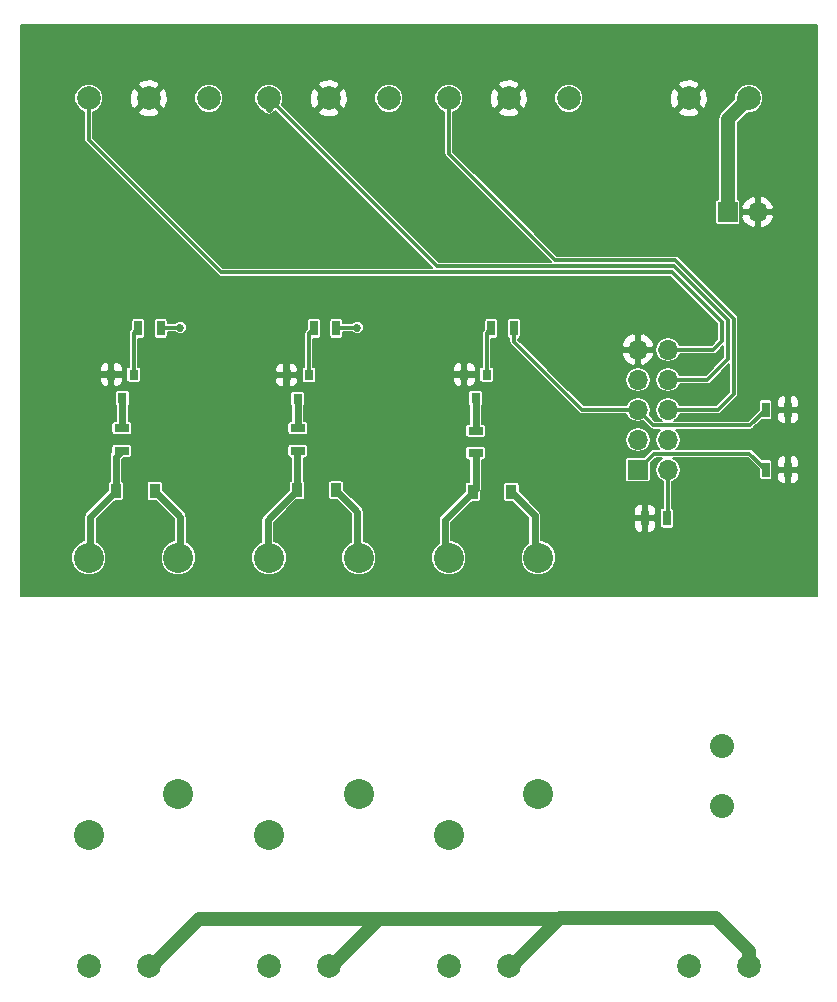
<source format=gbr>
G04 #@! TF.FileFunction,Copper,L1,Top,Signal*
%FSLAX46Y46*%
G04 Gerber Fmt 4.6, Leading zero omitted, Abs format (unit mm)*
G04 Created by KiCad (PCBNEW 4.0.0-rc1-stable) date 05/10/2017 19:38:19*
%MOMM*%
G01*
G04 APERTURE LIST*
%ADD10C,0.100000*%
%ADD11R,0.910000X1.220000*%
%ADD12R,0.800000X0.900000*%
%ADD13C,2.540000*%
%ADD14C,2.032000*%
%ADD15C,2.000000*%
%ADD16R,1.700000X1.700000*%
%ADD17O,1.700000X1.700000*%
%ADD18R,0.700000X1.300000*%
%ADD19R,1.300000X0.700000*%
%ADD20C,0.685800*%
%ADD21C,0.609600*%
%ADD22C,0.304800*%
%ADD23C,1.219200*%
%ADD24C,0.152400*%
G04 APERTURE END LIST*
D10*
D11*
X57385000Y-99550000D03*
X54115000Y-99550000D03*
X72735000Y-99500000D03*
X69465000Y-99500000D03*
X87585000Y-99650000D03*
X84315000Y-99650000D03*
D12*
X55600000Y-89700000D03*
X53700000Y-89700000D03*
X54650000Y-91700000D03*
X70450000Y-89750000D03*
X68550000Y-89750000D03*
X69500000Y-91750000D03*
X85500000Y-89700000D03*
X83600000Y-89700000D03*
X84550000Y-91700000D03*
D13*
X51800000Y-105200000D03*
X59400000Y-105200000D03*
X59400000Y-125200000D03*
X51800000Y-128700000D03*
X67060000Y-105200000D03*
X74660000Y-105200000D03*
X74660000Y-125200000D03*
X67060000Y-128700000D03*
X82280000Y-105200000D03*
X89880000Y-105200000D03*
X89880000Y-125200000D03*
X82280000Y-128700000D03*
D14*
X105390000Y-126260000D03*
X105400160Y-121180000D03*
D15*
X61970000Y-66300000D03*
X56890000Y-66300000D03*
X51810000Y-66300000D03*
X77210000Y-66300000D03*
X72130000Y-66300000D03*
X67050000Y-66300000D03*
X92450000Y-66300000D03*
X87370000Y-66300000D03*
X82290000Y-66300000D03*
X107690000Y-66300000D03*
X102610000Y-66300000D03*
X51810000Y-139800000D03*
X56890000Y-139800000D03*
X67050000Y-139800000D03*
X72130000Y-139800000D03*
X82290000Y-139800000D03*
X87370000Y-139800000D03*
X102610000Y-139800000D03*
X107690000Y-139800000D03*
D16*
X105900000Y-75950000D03*
D17*
X108440000Y-75950000D03*
D18*
X55990000Y-85780000D03*
X57890000Y-85780000D03*
X70860000Y-85780000D03*
X72760000Y-85780000D03*
X85890000Y-85780000D03*
X87790000Y-85780000D03*
X111010000Y-97760000D03*
X109110000Y-97760000D03*
X98872000Y-101854000D03*
X100772000Y-101854000D03*
X111010000Y-92680000D03*
X109110000Y-92680000D03*
D19*
X54600000Y-96150000D03*
X54600000Y-94250000D03*
X69500000Y-96150000D03*
X69500000Y-94250000D03*
X84550000Y-96350000D03*
X84550000Y-94450000D03*
D16*
X98298000Y-97750000D03*
D17*
X100838000Y-97750000D03*
X98298000Y-95210000D03*
X100838000Y-95210000D03*
X98298000Y-92670000D03*
X100838000Y-92670000D03*
X98298000Y-90130000D03*
X100838000Y-90130000D03*
X98298000Y-87590000D03*
X100838000Y-87590000D03*
D20*
X59563000Y-85725000D03*
X74549000Y-85725000D03*
D21*
X54115000Y-99550000D02*
X54115000Y-96635000D01*
X54115000Y-96635000D02*
X54600000Y-96150000D01*
X51950000Y-105250000D02*
X51950000Y-101715000D01*
X51950000Y-101715000D02*
X54115000Y-99550000D01*
X69465000Y-99500000D02*
X69465000Y-96185000D01*
X69465000Y-96185000D02*
X69500000Y-96150000D01*
X66950000Y-105250000D02*
X66950000Y-102015000D01*
X66950000Y-102015000D02*
X69465000Y-99500000D01*
X84550000Y-96350000D02*
X84550000Y-99415000D01*
X84550000Y-99415000D02*
X84315000Y-99650000D01*
X81950000Y-105250000D02*
X81950000Y-102015000D01*
X81950000Y-102015000D02*
X84315000Y-99650000D01*
D22*
X57890000Y-85780000D02*
X57945000Y-85725000D01*
X57945000Y-85725000D02*
X59563000Y-85725000D01*
X109110000Y-97760000D02*
X107743000Y-96393000D01*
X99655000Y-96393000D02*
X98298000Y-97750000D01*
X107743000Y-96393000D02*
X99655000Y-96393000D01*
X72760000Y-85780000D02*
X72815000Y-85725000D01*
X72815000Y-85725000D02*
X74549000Y-85725000D01*
X100838000Y-97750000D02*
X100838000Y-101788000D01*
X100838000Y-101788000D02*
X100772000Y-101854000D01*
X100838000Y-101788000D02*
X100772000Y-101854000D01*
X87790000Y-85780000D02*
X87790000Y-86901000D01*
X93559000Y-92670000D02*
X98298000Y-92670000D01*
X87790000Y-86901000D02*
X93559000Y-92670000D01*
X109110000Y-92680000D02*
X107810000Y-93980000D01*
X99608000Y-93980000D02*
X98298000Y-92670000D01*
X107810000Y-93980000D02*
X99608000Y-93980000D01*
D21*
X54650000Y-91700000D02*
X54650000Y-94200000D01*
X54650000Y-94200000D02*
X54600000Y-94250000D01*
X69500000Y-91750000D02*
X69500000Y-94250000D01*
X84550000Y-91700000D02*
X84550000Y-94450000D01*
X89550000Y-105250000D02*
X89550000Y-101615000D01*
X89550000Y-101615000D02*
X87585000Y-99650000D01*
X74550000Y-105250000D02*
X74550000Y-101315000D01*
X74550000Y-101315000D02*
X72735000Y-99500000D01*
X59550000Y-105250000D02*
X59550000Y-101715000D01*
X59550000Y-101715000D02*
X57385000Y-99550000D01*
D22*
X55600000Y-89700000D02*
X55600000Y-86170000D01*
X55600000Y-86170000D02*
X55990000Y-85780000D01*
X55590000Y-89690000D02*
X55600000Y-89700000D01*
X70450000Y-89750000D02*
X70450000Y-86190000D01*
X70450000Y-86190000D02*
X70860000Y-85780000D01*
X70460000Y-89740000D02*
X70450000Y-89750000D01*
X85500000Y-89700000D02*
X85500000Y-86170000D01*
X85500000Y-86170000D02*
X85890000Y-85780000D01*
X85490000Y-89690000D02*
X85500000Y-89700000D01*
D21*
X85490000Y-89690000D02*
X85500000Y-89700000D01*
D23*
X76395000Y-135785000D02*
X61155000Y-135785000D01*
X61155000Y-135785000D02*
X56890000Y-140050000D01*
X91635000Y-135785000D02*
X76395000Y-135785000D01*
X76395000Y-135785000D02*
X72130000Y-140050000D01*
X107690000Y-140050000D02*
X107690000Y-138480000D01*
X91690000Y-135730000D02*
X91635000Y-135785000D01*
X91635000Y-135785000D02*
X87370000Y-140050000D01*
X104940000Y-135730000D02*
X91690000Y-135730000D01*
X107690000Y-138480000D02*
X104940000Y-135730000D01*
D22*
X51810000Y-66300000D02*
X51810000Y-69844000D01*
X104688000Y-87590000D02*
X100838000Y-87590000D01*
X105410000Y-86868000D02*
X104688000Y-87590000D01*
X105410000Y-85240164D02*
X105410000Y-86868000D01*
X101195836Y-81026000D02*
X105410000Y-85240164D01*
X62992000Y-81026000D02*
X101195836Y-81026000D01*
X51810000Y-69844000D02*
X62992000Y-81026000D01*
X67050000Y-66300000D02*
X81268000Y-80518000D01*
X104180000Y-90130000D02*
X100838000Y-90130000D01*
X105918000Y-88392000D02*
X104180000Y-90130000D01*
X105918000Y-85101582D02*
X105918000Y-88392000D01*
X101334418Y-80518000D02*
X105918000Y-85101582D01*
X81268000Y-80518000D02*
X101334418Y-80518000D01*
D21*
X67050000Y-66300000D02*
X67050000Y-67177000D01*
D22*
X82290000Y-66300000D02*
X82296000Y-66306000D01*
X82296000Y-66306000D02*
X82296000Y-70993000D01*
X82296000Y-70993000D02*
X91313000Y-80010000D01*
X91313000Y-80010000D02*
X101473000Y-80010000D01*
X101473000Y-80010000D02*
X106426000Y-84963000D01*
X106426000Y-84963000D02*
X106426000Y-91313000D01*
X106426000Y-91313000D02*
X105069000Y-92670000D01*
X105069000Y-92670000D02*
X100838000Y-92670000D01*
D23*
X107690000Y-66300000D02*
X105900000Y-68090000D01*
X105900000Y-68090000D02*
X105900000Y-75950000D01*
D24*
G36*
X113446400Y-108423800D02*
X46053600Y-108423800D01*
X46053600Y-105496782D01*
X50301141Y-105496782D01*
X50528808Y-106047780D01*
X50950003Y-106469710D01*
X51500602Y-106698339D01*
X52096782Y-106698859D01*
X52647780Y-106471192D01*
X53069710Y-106049997D01*
X53298339Y-105499398D01*
X53298859Y-104903218D01*
X53071192Y-104352220D01*
X52649997Y-103930290D01*
X52483400Y-103861113D01*
X52483400Y-101935942D01*
X54026264Y-100393078D01*
X54570000Y-100393078D01*
X54654714Y-100377138D01*
X54732518Y-100327072D01*
X54784715Y-100250680D01*
X54803078Y-100160000D01*
X54803078Y-98940000D01*
X56696922Y-98940000D01*
X56696922Y-100160000D01*
X56712862Y-100244714D01*
X56762928Y-100322518D01*
X56839320Y-100374715D01*
X56930000Y-100393078D01*
X57473736Y-100393078D01*
X59016600Y-101935942D01*
X59016600Y-103736931D01*
X58552220Y-103928808D01*
X58130290Y-104350003D01*
X57901661Y-104900602D01*
X57901141Y-105496782D01*
X58128808Y-106047780D01*
X58550003Y-106469710D01*
X59100602Y-106698339D01*
X59696782Y-106698859D01*
X60247780Y-106471192D01*
X60669710Y-106049997D01*
X60898339Y-105499398D01*
X60898341Y-105496782D01*
X65561141Y-105496782D01*
X65788808Y-106047780D01*
X66210003Y-106469710D01*
X66760602Y-106698339D01*
X67356782Y-106698859D01*
X67907780Y-106471192D01*
X68329710Y-106049997D01*
X68558339Y-105499398D01*
X68558859Y-104903218D01*
X68331192Y-104352220D01*
X67909997Y-103930290D01*
X67483400Y-103753151D01*
X67483400Y-102235942D01*
X69376264Y-100343078D01*
X69920000Y-100343078D01*
X70004714Y-100327138D01*
X70082518Y-100277072D01*
X70134715Y-100200680D01*
X70153078Y-100110000D01*
X70153078Y-98890000D01*
X72046922Y-98890000D01*
X72046922Y-100110000D01*
X72062862Y-100194714D01*
X72112928Y-100272518D01*
X72189320Y-100324715D01*
X72280000Y-100343078D01*
X72823736Y-100343078D01*
X74016600Y-101535941D01*
X74016600Y-103844360D01*
X73812220Y-103928808D01*
X73390290Y-104350003D01*
X73161661Y-104900602D01*
X73161141Y-105496782D01*
X73388808Y-106047780D01*
X73810003Y-106469710D01*
X74360602Y-106698339D01*
X74956782Y-106698859D01*
X75507780Y-106471192D01*
X75929710Y-106049997D01*
X76158339Y-105499398D01*
X76158341Y-105496782D01*
X80781141Y-105496782D01*
X81008808Y-106047780D01*
X81430003Y-106469710D01*
X81980602Y-106698339D01*
X82576782Y-106698859D01*
X83127780Y-106471192D01*
X83549710Y-106049997D01*
X83778339Y-105499398D01*
X83778859Y-104903218D01*
X83551192Y-104352220D01*
X83129997Y-103930290D01*
X82579398Y-103701661D01*
X82483400Y-103701577D01*
X82483400Y-102235942D01*
X84226264Y-100493078D01*
X84770000Y-100493078D01*
X84854714Y-100477138D01*
X84932518Y-100427072D01*
X84984715Y-100350680D01*
X85003078Y-100260000D01*
X85003078Y-99678567D01*
X85042797Y-99619123D01*
X85083400Y-99415000D01*
X85083400Y-99040000D01*
X86896922Y-99040000D01*
X86896922Y-100260000D01*
X86912862Y-100344714D01*
X86962928Y-100422518D01*
X87039320Y-100474715D01*
X87130000Y-100493078D01*
X87673736Y-100493078D01*
X89016600Y-101835942D01*
X89016600Y-103944401D01*
X88610290Y-104350003D01*
X88381661Y-104900602D01*
X88381141Y-105496782D01*
X88608808Y-106047780D01*
X89030003Y-106469710D01*
X89580602Y-106698339D01*
X90176782Y-106698859D01*
X90727780Y-106471192D01*
X91149710Y-106049997D01*
X91378339Y-105499398D01*
X91378859Y-104903218D01*
X91151192Y-104352220D01*
X90729997Y-103930290D01*
X90179398Y-103701661D01*
X90083400Y-103701577D01*
X90083400Y-102177850D01*
X97937800Y-102177850D01*
X97937800Y-102620204D01*
X98026739Y-102834922D01*
X98191077Y-102999261D01*
X98405795Y-103088200D01*
X98550950Y-103088200D01*
X98697000Y-102942150D01*
X98697000Y-102031800D01*
X99047000Y-102031800D01*
X99047000Y-102942150D01*
X99193050Y-103088200D01*
X99338205Y-103088200D01*
X99552923Y-102999261D01*
X99717261Y-102834922D01*
X99806200Y-102620204D01*
X99806200Y-102177850D01*
X99660150Y-102031800D01*
X99047000Y-102031800D01*
X98697000Y-102031800D01*
X98083850Y-102031800D01*
X97937800Y-102177850D01*
X90083400Y-102177850D01*
X90083400Y-101615005D01*
X90083401Y-101615000D01*
X90042797Y-101410877D01*
X89927171Y-101237829D01*
X89777138Y-101087796D01*
X97937800Y-101087796D01*
X97937800Y-101530150D01*
X98083850Y-101676200D01*
X98697000Y-101676200D01*
X98697000Y-100765850D01*
X99047000Y-100765850D01*
X99047000Y-101676200D01*
X99660150Y-101676200D01*
X99806200Y-101530150D01*
X99806200Y-101087796D01*
X99717261Y-100873078D01*
X99552923Y-100708739D01*
X99338205Y-100619800D01*
X99193050Y-100619800D01*
X99047000Y-100765850D01*
X98697000Y-100765850D01*
X98550950Y-100619800D01*
X98405795Y-100619800D01*
X98191077Y-100708739D01*
X98026739Y-100873078D01*
X97937800Y-101087796D01*
X89777138Y-101087796D01*
X88273078Y-99583736D01*
X88273078Y-99040000D01*
X88257138Y-98955286D01*
X88207072Y-98877482D01*
X88130680Y-98825285D01*
X88040000Y-98806922D01*
X87130000Y-98806922D01*
X87045286Y-98822862D01*
X86967482Y-98872928D01*
X86915285Y-98949320D01*
X86896922Y-99040000D01*
X85083400Y-99040000D01*
X85083400Y-96933078D01*
X85200000Y-96933078D01*
X85284714Y-96917138D01*
X85362518Y-96867072D01*
X85414715Y-96790680D01*
X85433078Y-96700000D01*
X85433078Y-96000000D01*
X85417138Y-95915286D01*
X85367072Y-95837482D01*
X85290680Y-95785285D01*
X85200000Y-95766922D01*
X83900000Y-95766922D01*
X83815286Y-95782862D01*
X83737482Y-95832928D01*
X83685285Y-95909320D01*
X83666922Y-96000000D01*
X83666922Y-96700000D01*
X83682862Y-96784714D01*
X83732928Y-96862518D01*
X83809320Y-96914715D01*
X83900000Y-96933078D01*
X84016600Y-96933078D01*
X84016600Y-98806922D01*
X83860000Y-98806922D01*
X83775286Y-98822862D01*
X83697482Y-98872928D01*
X83645285Y-98949320D01*
X83626922Y-99040000D01*
X83626922Y-99583736D01*
X81572829Y-101637829D01*
X81457203Y-101810877D01*
X81416600Y-102015000D01*
X81416600Y-103944401D01*
X81010290Y-104350003D01*
X80781661Y-104900602D01*
X80781141Y-105496782D01*
X76158341Y-105496782D01*
X76158859Y-104903218D01*
X75931192Y-104352220D01*
X75509997Y-103930290D01*
X75083400Y-103753151D01*
X75083400Y-101315005D01*
X75083401Y-101315000D01*
X75042797Y-101110877D01*
X74993386Y-101036928D01*
X74927171Y-100937829D01*
X74927168Y-100937827D01*
X73423078Y-99433736D01*
X73423078Y-98890000D01*
X73407138Y-98805286D01*
X73357072Y-98727482D01*
X73280680Y-98675285D01*
X73190000Y-98656922D01*
X72280000Y-98656922D01*
X72195286Y-98672862D01*
X72117482Y-98722928D01*
X72065285Y-98799320D01*
X72046922Y-98890000D01*
X70153078Y-98890000D01*
X70137138Y-98805286D01*
X70087072Y-98727482D01*
X70010680Y-98675285D01*
X69998400Y-98672798D01*
X69998400Y-96733078D01*
X70150000Y-96733078D01*
X70234714Y-96717138D01*
X70312518Y-96667072D01*
X70364715Y-96590680D01*
X70383078Y-96500000D01*
X70383078Y-95800000D01*
X70367138Y-95715286D01*
X70317072Y-95637482D01*
X70240680Y-95585285D01*
X70150000Y-95566922D01*
X68850000Y-95566922D01*
X68765286Y-95582862D01*
X68687482Y-95632928D01*
X68635285Y-95709320D01*
X68616922Y-95800000D01*
X68616922Y-96500000D01*
X68632862Y-96584714D01*
X68682928Y-96662518D01*
X68759320Y-96714715D01*
X68850000Y-96733078D01*
X68931600Y-96733078D01*
X68931600Y-98671674D01*
X68925286Y-98672862D01*
X68847482Y-98722928D01*
X68795285Y-98799320D01*
X68776922Y-98890000D01*
X68776922Y-99433736D01*
X66572829Y-101637829D01*
X66457203Y-101810877D01*
X66416600Y-102015000D01*
X66416600Y-103844360D01*
X66212220Y-103928808D01*
X65790290Y-104350003D01*
X65561661Y-104900602D01*
X65561141Y-105496782D01*
X60898341Y-105496782D01*
X60898859Y-104903218D01*
X60671192Y-104352220D01*
X60249997Y-103930290D01*
X60083400Y-103861113D01*
X60083400Y-101715000D01*
X60075682Y-101676200D01*
X60042797Y-101510876D01*
X59927171Y-101337829D01*
X58073078Y-99483736D01*
X58073078Y-98940000D01*
X58057138Y-98855286D01*
X58007072Y-98777482D01*
X57930680Y-98725285D01*
X57840000Y-98706922D01*
X56930000Y-98706922D01*
X56845286Y-98722862D01*
X56767482Y-98772928D01*
X56715285Y-98849320D01*
X56696922Y-98940000D01*
X54803078Y-98940000D01*
X54787138Y-98855286D01*
X54737072Y-98777482D01*
X54660680Y-98725285D01*
X54648400Y-98722798D01*
X54648400Y-96855942D01*
X54771263Y-96733078D01*
X55250000Y-96733078D01*
X55334714Y-96717138D01*
X55412518Y-96667072D01*
X55464715Y-96590680D01*
X55483078Y-96500000D01*
X55483078Y-95800000D01*
X55467138Y-95715286D01*
X55417072Y-95637482D01*
X55340680Y-95585285D01*
X55250000Y-95566922D01*
X53950000Y-95566922D01*
X53865286Y-95582862D01*
X53787482Y-95632928D01*
X53735285Y-95709320D01*
X53716922Y-95800000D01*
X53716922Y-96289119D01*
X53622203Y-96430877D01*
X53581600Y-96635000D01*
X53581600Y-98721674D01*
X53575286Y-98722862D01*
X53497482Y-98772928D01*
X53445285Y-98849320D01*
X53426922Y-98940000D01*
X53426922Y-99483736D01*
X51572829Y-101337829D01*
X51457203Y-101510877D01*
X51416600Y-101715000D01*
X51416600Y-103736931D01*
X50952220Y-103928808D01*
X50530290Y-104350003D01*
X50301661Y-104900602D01*
X50301141Y-105496782D01*
X46053600Y-105496782D01*
X46053600Y-95210000D01*
X97198269Y-95210000D01*
X97280373Y-95622762D01*
X97514184Y-95972685D01*
X97864107Y-96206496D01*
X98276869Y-96288600D01*
X98319131Y-96288600D01*
X98731893Y-96206496D01*
X99081816Y-95972685D01*
X99315627Y-95622762D01*
X99397731Y-95210000D01*
X99315627Y-94797238D01*
X99081816Y-94447315D01*
X98731893Y-94213504D01*
X98319131Y-94131400D01*
X98276869Y-94131400D01*
X97864107Y-94213504D01*
X97514184Y-94447315D01*
X97280373Y-94797238D01*
X97198269Y-95210000D01*
X46053600Y-95210000D01*
X46053600Y-93900000D01*
X53716922Y-93900000D01*
X53716922Y-94600000D01*
X53732862Y-94684714D01*
X53782928Y-94762518D01*
X53859320Y-94814715D01*
X53950000Y-94833078D01*
X55250000Y-94833078D01*
X55334714Y-94817138D01*
X55412518Y-94767072D01*
X55464715Y-94690680D01*
X55483078Y-94600000D01*
X55483078Y-93900000D01*
X68616922Y-93900000D01*
X68616922Y-94600000D01*
X68632862Y-94684714D01*
X68682928Y-94762518D01*
X68759320Y-94814715D01*
X68850000Y-94833078D01*
X70150000Y-94833078D01*
X70234714Y-94817138D01*
X70312518Y-94767072D01*
X70364715Y-94690680D01*
X70383078Y-94600000D01*
X70383078Y-94100000D01*
X83666922Y-94100000D01*
X83666922Y-94800000D01*
X83682862Y-94884714D01*
X83732928Y-94962518D01*
X83809320Y-95014715D01*
X83900000Y-95033078D01*
X85200000Y-95033078D01*
X85284714Y-95017138D01*
X85362518Y-94967072D01*
X85414715Y-94890680D01*
X85433078Y-94800000D01*
X85433078Y-94100000D01*
X85417138Y-94015286D01*
X85367072Y-93937482D01*
X85290680Y-93885285D01*
X85200000Y-93866922D01*
X85083400Y-93866922D01*
X85083400Y-92335809D01*
X85112518Y-92317072D01*
X85164715Y-92240680D01*
X85183078Y-92150000D01*
X85183078Y-91250000D01*
X85167138Y-91165286D01*
X85117072Y-91087482D01*
X85040680Y-91035285D01*
X84950000Y-91016922D01*
X84150000Y-91016922D01*
X84065286Y-91032862D01*
X83987482Y-91082928D01*
X83935285Y-91159320D01*
X83916922Y-91250000D01*
X83916922Y-92150000D01*
X83932862Y-92234714D01*
X83982928Y-92312518D01*
X84016600Y-92335525D01*
X84016600Y-93866922D01*
X83900000Y-93866922D01*
X83815286Y-93882862D01*
X83737482Y-93932928D01*
X83685285Y-94009320D01*
X83666922Y-94100000D01*
X70383078Y-94100000D01*
X70383078Y-93900000D01*
X70367138Y-93815286D01*
X70317072Y-93737482D01*
X70240680Y-93685285D01*
X70150000Y-93666922D01*
X70033400Y-93666922D01*
X70033400Y-92385809D01*
X70062518Y-92367072D01*
X70114715Y-92290680D01*
X70133078Y-92200000D01*
X70133078Y-91300000D01*
X70117138Y-91215286D01*
X70067072Y-91137482D01*
X69990680Y-91085285D01*
X69900000Y-91066922D01*
X69100000Y-91066922D01*
X69015286Y-91082862D01*
X68937482Y-91132928D01*
X68885285Y-91209320D01*
X68866922Y-91300000D01*
X68866922Y-92200000D01*
X68882862Y-92284714D01*
X68932928Y-92362518D01*
X68966600Y-92385525D01*
X68966600Y-93666922D01*
X68850000Y-93666922D01*
X68765286Y-93682862D01*
X68687482Y-93732928D01*
X68635285Y-93809320D01*
X68616922Y-93900000D01*
X55483078Y-93900000D01*
X55467138Y-93815286D01*
X55417072Y-93737482D01*
X55340680Y-93685285D01*
X55250000Y-93666922D01*
X55183400Y-93666922D01*
X55183400Y-92335809D01*
X55212518Y-92317072D01*
X55264715Y-92240680D01*
X55283078Y-92150000D01*
X55283078Y-91250000D01*
X55267138Y-91165286D01*
X55217072Y-91087482D01*
X55140680Y-91035285D01*
X55050000Y-91016922D01*
X54250000Y-91016922D01*
X54165286Y-91032862D01*
X54087482Y-91082928D01*
X54035285Y-91159320D01*
X54016922Y-91250000D01*
X54016922Y-92150000D01*
X54032862Y-92234714D01*
X54082928Y-92312518D01*
X54116600Y-92335525D01*
X54116600Y-93666922D01*
X53950000Y-93666922D01*
X53865286Y-93682862D01*
X53787482Y-93732928D01*
X53735285Y-93809320D01*
X53716922Y-93900000D01*
X46053600Y-93900000D01*
X46053600Y-90023850D01*
X52715800Y-90023850D01*
X52715800Y-90266205D01*
X52804739Y-90480923D01*
X52969078Y-90645261D01*
X53183796Y-90734200D01*
X53376150Y-90734200D01*
X53522200Y-90588150D01*
X53522200Y-89877800D01*
X53877800Y-89877800D01*
X53877800Y-90588150D01*
X54023850Y-90734200D01*
X54216204Y-90734200D01*
X54430922Y-90645261D01*
X54595261Y-90480923D01*
X54684200Y-90266205D01*
X54684200Y-90023850D01*
X54538150Y-89877800D01*
X53877800Y-89877800D01*
X53522200Y-89877800D01*
X52861850Y-89877800D01*
X52715800Y-90023850D01*
X46053600Y-90023850D01*
X46053600Y-89133795D01*
X52715800Y-89133795D01*
X52715800Y-89376150D01*
X52861850Y-89522200D01*
X53522200Y-89522200D01*
X53522200Y-88811850D01*
X53877800Y-88811850D01*
X53877800Y-89522200D01*
X54538150Y-89522200D01*
X54684200Y-89376150D01*
X54684200Y-89250000D01*
X54966922Y-89250000D01*
X54966922Y-90150000D01*
X54982862Y-90234714D01*
X55032928Y-90312518D01*
X55109320Y-90364715D01*
X55200000Y-90383078D01*
X56000000Y-90383078D01*
X56084714Y-90367138D01*
X56162518Y-90317072D01*
X56214715Y-90240680D01*
X56233078Y-90150000D01*
X56233078Y-90073850D01*
X67565800Y-90073850D01*
X67565800Y-90316205D01*
X67654739Y-90530923D01*
X67819078Y-90695261D01*
X68033796Y-90784200D01*
X68226150Y-90784200D01*
X68372200Y-90638150D01*
X68372200Y-89927800D01*
X68727800Y-89927800D01*
X68727800Y-90638150D01*
X68873850Y-90784200D01*
X69066204Y-90784200D01*
X69280922Y-90695261D01*
X69445261Y-90530923D01*
X69534200Y-90316205D01*
X69534200Y-90073850D01*
X69388150Y-89927800D01*
X68727800Y-89927800D01*
X68372200Y-89927800D01*
X67711850Y-89927800D01*
X67565800Y-90073850D01*
X56233078Y-90073850D01*
X56233078Y-89250000D01*
X56220621Y-89183795D01*
X67565800Y-89183795D01*
X67565800Y-89426150D01*
X67711850Y-89572200D01*
X68372200Y-89572200D01*
X68372200Y-88861850D01*
X68727800Y-88861850D01*
X68727800Y-89572200D01*
X69388150Y-89572200D01*
X69534200Y-89426150D01*
X69534200Y-89300000D01*
X69816922Y-89300000D01*
X69816922Y-90200000D01*
X69832862Y-90284714D01*
X69882928Y-90362518D01*
X69959320Y-90414715D01*
X70050000Y-90433078D01*
X70850000Y-90433078D01*
X70934714Y-90417138D01*
X71012518Y-90367072D01*
X71064715Y-90290680D01*
X71083078Y-90200000D01*
X71083078Y-90023850D01*
X82615800Y-90023850D01*
X82615800Y-90266205D01*
X82704739Y-90480923D01*
X82869078Y-90645261D01*
X83083796Y-90734200D01*
X83276150Y-90734200D01*
X83422200Y-90588150D01*
X83422200Y-89877800D01*
X83777800Y-89877800D01*
X83777800Y-90588150D01*
X83923850Y-90734200D01*
X84116204Y-90734200D01*
X84330922Y-90645261D01*
X84495261Y-90480923D01*
X84584200Y-90266205D01*
X84584200Y-90023850D01*
X84438150Y-89877800D01*
X83777800Y-89877800D01*
X83422200Y-89877800D01*
X82761850Y-89877800D01*
X82615800Y-90023850D01*
X71083078Y-90023850D01*
X71083078Y-89300000D01*
X71067138Y-89215286D01*
X71017072Y-89137482D01*
X71011676Y-89133795D01*
X82615800Y-89133795D01*
X82615800Y-89376150D01*
X82761850Y-89522200D01*
X83422200Y-89522200D01*
X83422200Y-88811850D01*
X83777800Y-88811850D01*
X83777800Y-89522200D01*
X84438150Y-89522200D01*
X84584200Y-89376150D01*
X84584200Y-89250000D01*
X84866922Y-89250000D01*
X84866922Y-90150000D01*
X84882862Y-90234714D01*
X84932928Y-90312518D01*
X85009320Y-90364715D01*
X85100000Y-90383078D01*
X85900000Y-90383078D01*
X85984714Y-90367138D01*
X86062518Y-90317072D01*
X86114715Y-90240680D01*
X86133078Y-90150000D01*
X86133078Y-89250000D01*
X86117138Y-89165286D01*
X86067072Y-89087482D01*
X85990680Y-89035285D01*
X85900000Y-89016922D01*
X85881000Y-89016922D01*
X85881000Y-86663078D01*
X86240000Y-86663078D01*
X86324714Y-86647138D01*
X86402518Y-86597072D01*
X86454715Y-86520680D01*
X86473078Y-86430000D01*
X86473078Y-85130000D01*
X86457138Y-85045286D01*
X86407072Y-84967482D01*
X86330680Y-84915285D01*
X86240000Y-84896922D01*
X85540000Y-84896922D01*
X85455286Y-84912862D01*
X85377482Y-84962928D01*
X85325285Y-85039320D01*
X85306922Y-85130000D01*
X85306922Y-85824262D01*
X85230592Y-85900592D01*
X85148002Y-86024197D01*
X85142987Y-86049408D01*
X85119000Y-86170000D01*
X85119000Y-89016922D01*
X85100000Y-89016922D01*
X85015286Y-89032862D01*
X84937482Y-89082928D01*
X84885285Y-89159320D01*
X84866922Y-89250000D01*
X84584200Y-89250000D01*
X84584200Y-89133795D01*
X84495261Y-88919077D01*
X84330922Y-88754739D01*
X84116204Y-88665800D01*
X83923850Y-88665800D01*
X83777800Y-88811850D01*
X83422200Y-88811850D01*
X83276150Y-88665800D01*
X83083796Y-88665800D01*
X82869078Y-88754739D01*
X82704739Y-88919077D01*
X82615800Y-89133795D01*
X71011676Y-89133795D01*
X70940680Y-89085285D01*
X70850000Y-89066922D01*
X70831000Y-89066922D01*
X70831000Y-86663078D01*
X71210000Y-86663078D01*
X71294714Y-86647138D01*
X71372518Y-86597072D01*
X71424715Y-86520680D01*
X71443078Y-86430000D01*
X71443078Y-85130000D01*
X72176922Y-85130000D01*
X72176922Y-86430000D01*
X72192862Y-86514714D01*
X72242928Y-86592518D01*
X72319320Y-86644715D01*
X72410000Y-86663078D01*
X73110000Y-86663078D01*
X73194714Y-86647138D01*
X73272518Y-86597072D01*
X73324715Y-86520680D01*
X73343078Y-86430000D01*
X73343078Y-86106000D01*
X74121818Y-86106000D01*
X74224849Y-86209211D01*
X74434823Y-86296400D01*
X74662180Y-86296599D01*
X74872306Y-86209776D01*
X75033211Y-86049151D01*
X75120400Y-85839177D01*
X75120599Y-85611820D01*
X75033776Y-85401694D01*
X74873151Y-85240789D01*
X74663177Y-85153600D01*
X74435820Y-85153401D01*
X74225694Y-85240224D01*
X74121737Y-85344000D01*
X73343078Y-85344000D01*
X73343078Y-85130000D01*
X73327138Y-85045286D01*
X73277072Y-84967482D01*
X73200680Y-84915285D01*
X73110000Y-84896922D01*
X72410000Y-84896922D01*
X72325286Y-84912862D01*
X72247482Y-84962928D01*
X72195285Y-85039320D01*
X72176922Y-85130000D01*
X71443078Y-85130000D01*
X71427138Y-85045286D01*
X71377072Y-84967482D01*
X71300680Y-84915285D01*
X71210000Y-84896922D01*
X70510000Y-84896922D01*
X70425286Y-84912862D01*
X70347482Y-84962928D01*
X70295285Y-85039320D01*
X70276922Y-85130000D01*
X70276922Y-85824262D01*
X70180592Y-85920592D01*
X70098002Y-86044197D01*
X70085709Y-86106000D01*
X70069000Y-86190000D01*
X70069000Y-89066922D01*
X70050000Y-89066922D01*
X69965286Y-89082862D01*
X69887482Y-89132928D01*
X69835285Y-89209320D01*
X69816922Y-89300000D01*
X69534200Y-89300000D01*
X69534200Y-89183795D01*
X69445261Y-88969077D01*
X69280922Y-88804739D01*
X69066204Y-88715800D01*
X68873850Y-88715800D01*
X68727800Y-88861850D01*
X68372200Y-88861850D01*
X68226150Y-88715800D01*
X68033796Y-88715800D01*
X67819078Y-88804739D01*
X67654739Y-88969077D01*
X67565800Y-89183795D01*
X56220621Y-89183795D01*
X56217138Y-89165286D01*
X56167072Y-89087482D01*
X56090680Y-89035285D01*
X56000000Y-89016922D01*
X55981000Y-89016922D01*
X55981000Y-86663078D01*
X56340000Y-86663078D01*
X56424714Y-86647138D01*
X56502518Y-86597072D01*
X56554715Y-86520680D01*
X56573078Y-86430000D01*
X56573078Y-85130000D01*
X57306922Y-85130000D01*
X57306922Y-86430000D01*
X57322862Y-86514714D01*
X57372928Y-86592518D01*
X57449320Y-86644715D01*
X57540000Y-86663078D01*
X58240000Y-86663078D01*
X58324714Y-86647138D01*
X58402518Y-86597072D01*
X58454715Y-86520680D01*
X58473078Y-86430000D01*
X58473078Y-86106000D01*
X59135818Y-86106000D01*
X59238849Y-86209211D01*
X59448823Y-86296400D01*
X59676180Y-86296599D01*
X59886306Y-86209776D01*
X60047211Y-86049151D01*
X60134400Y-85839177D01*
X60134599Y-85611820D01*
X60047776Y-85401694D01*
X59887151Y-85240789D01*
X59677177Y-85153600D01*
X59449820Y-85153401D01*
X59239694Y-85240224D01*
X59135737Y-85344000D01*
X58473078Y-85344000D01*
X58473078Y-85130000D01*
X58457138Y-85045286D01*
X58407072Y-84967482D01*
X58330680Y-84915285D01*
X58240000Y-84896922D01*
X57540000Y-84896922D01*
X57455286Y-84912862D01*
X57377482Y-84962928D01*
X57325285Y-85039320D01*
X57306922Y-85130000D01*
X56573078Y-85130000D01*
X56557138Y-85045286D01*
X56507072Y-84967482D01*
X56430680Y-84915285D01*
X56340000Y-84896922D01*
X55640000Y-84896922D01*
X55555286Y-84912862D01*
X55477482Y-84962928D01*
X55425285Y-85039320D01*
X55406922Y-85130000D01*
X55406922Y-85824262D01*
X55330592Y-85900592D01*
X55248002Y-86024197D01*
X55242987Y-86049408D01*
X55219000Y-86170000D01*
X55219000Y-89016922D01*
X55200000Y-89016922D01*
X55115286Y-89032862D01*
X55037482Y-89082928D01*
X54985285Y-89159320D01*
X54966922Y-89250000D01*
X54684200Y-89250000D01*
X54684200Y-89133795D01*
X54595261Y-88919077D01*
X54430922Y-88754739D01*
X54216204Y-88665800D01*
X54023850Y-88665800D01*
X53877800Y-88811850D01*
X53522200Y-88811850D01*
X53376150Y-88665800D01*
X53183796Y-88665800D01*
X52969078Y-88754739D01*
X52804739Y-88919077D01*
X52715800Y-89133795D01*
X46053600Y-89133795D01*
X46053600Y-66543312D01*
X50581187Y-66543312D01*
X50767836Y-66995037D01*
X51113145Y-67340949D01*
X51429000Y-67472104D01*
X51429000Y-69844000D01*
X51458002Y-69989803D01*
X51540592Y-70113408D01*
X62722592Y-81295408D01*
X62846197Y-81377998D01*
X62992000Y-81407000D01*
X101038020Y-81407000D01*
X105029000Y-85397980D01*
X105029000Y-86710184D01*
X104530184Y-87209000D01*
X101861945Y-87209000D01*
X101855627Y-87177238D01*
X101621816Y-86827315D01*
X101271893Y-86593504D01*
X100859131Y-86511400D01*
X100816869Y-86511400D01*
X100404107Y-86593504D01*
X100054184Y-86827315D01*
X99820373Y-87177238D01*
X99738269Y-87590000D01*
X99820373Y-88002762D01*
X100054184Y-88352685D01*
X100404107Y-88586496D01*
X100816869Y-88668600D01*
X100859131Y-88668600D01*
X101271893Y-88586496D01*
X101621816Y-88352685D01*
X101855627Y-88002762D01*
X101861945Y-87971000D01*
X104688000Y-87971000D01*
X104833803Y-87941998D01*
X104957408Y-87859408D01*
X105537000Y-87279816D01*
X105537000Y-88234184D01*
X104022184Y-89749000D01*
X101861945Y-89749000D01*
X101855627Y-89717238D01*
X101621816Y-89367315D01*
X101271893Y-89133504D01*
X100859131Y-89051400D01*
X100816869Y-89051400D01*
X100404107Y-89133504D01*
X100054184Y-89367315D01*
X99820373Y-89717238D01*
X99738269Y-90130000D01*
X99820373Y-90542762D01*
X100054184Y-90892685D01*
X100404107Y-91126496D01*
X100816869Y-91208600D01*
X100859131Y-91208600D01*
X101271893Y-91126496D01*
X101621816Y-90892685D01*
X101855627Y-90542762D01*
X101861945Y-90511000D01*
X104180000Y-90511000D01*
X104325803Y-90481998D01*
X104449408Y-90399408D01*
X106045000Y-88803816D01*
X106045000Y-91155184D01*
X104911184Y-92289000D01*
X101861945Y-92289000D01*
X101855627Y-92257238D01*
X101621816Y-91907315D01*
X101271893Y-91673504D01*
X100859131Y-91591400D01*
X100816869Y-91591400D01*
X100404107Y-91673504D01*
X100054184Y-91907315D01*
X99820373Y-92257238D01*
X99738269Y-92670000D01*
X99820373Y-93082762D01*
X100054184Y-93432685D01*
X100303092Y-93599000D01*
X99765816Y-93599000D01*
X99289171Y-93122355D01*
X99315627Y-93082762D01*
X99397731Y-92670000D01*
X99315627Y-92257238D01*
X99081816Y-91907315D01*
X98731893Y-91673504D01*
X98319131Y-91591400D01*
X98276869Y-91591400D01*
X97864107Y-91673504D01*
X97514184Y-91907315D01*
X97280373Y-92257238D01*
X97274055Y-92289000D01*
X93716816Y-92289000D01*
X91557816Y-90130000D01*
X97198269Y-90130000D01*
X97280373Y-90542762D01*
X97514184Y-90892685D01*
X97864107Y-91126496D01*
X98276869Y-91208600D01*
X98319131Y-91208600D01*
X98731893Y-91126496D01*
X99081816Y-90892685D01*
X99315627Y-90542762D01*
X99397731Y-90130000D01*
X99315627Y-89717238D01*
X99081816Y-89367315D01*
X98731893Y-89133504D01*
X98319131Y-89051400D01*
X98276869Y-89051400D01*
X97864107Y-89133504D01*
X97514184Y-89367315D01*
X97280373Y-89717238D01*
X97198269Y-90130000D01*
X91557816Y-90130000D01*
X89416055Y-87988239D01*
X96920199Y-87988239D01*
X97042138Y-88282663D01*
X97402806Y-88710535D01*
X97899759Y-88967815D01*
X98120200Y-88867100D01*
X98120200Y-87767800D01*
X98475800Y-87767800D01*
X98475800Y-88867100D01*
X98696241Y-88967815D01*
X99193194Y-88710535D01*
X99553862Y-88282663D01*
X99675801Y-87988239D01*
X99573820Y-87767800D01*
X98475800Y-87767800D01*
X98120200Y-87767800D01*
X97022180Y-87767800D01*
X96920199Y-87988239D01*
X89416055Y-87988239D01*
X88619577Y-87191761D01*
X96920199Y-87191761D01*
X97022180Y-87412200D01*
X98120200Y-87412200D01*
X98120200Y-86312900D01*
X98475800Y-86312900D01*
X98475800Y-87412200D01*
X99573820Y-87412200D01*
X99675801Y-87191761D01*
X99553862Y-86897337D01*
X99193194Y-86469465D01*
X98696241Y-86212185D01*
X98475800Y-86312900D01*
X98120200Y-86312900D01*
X97899759Y-86212185D01*
X97402806Y-86469465D01*
X97042138Y-86897337D01*
X96920199Y-87191761D01*
X88619577Y-87191761D01*
X88171000Y-86743184D01*
X88171000Y-86657245D01*
X88224714Y-86647138D01*
X88302518Y-86597072D01*
X88354715Y-86520680D01*
X88373078Y-86430000D01*
X88373078Y-85130000D01*
X88357138Y-85045286D01*
X88307072Y-84967482D01*
X88230680Y-84915285D01*
X88140000Y-84896922D01*
X87440000Y-84896922D01*
X87355286Y-84912862D01*
X87277482Y-84962928D01*
X87225285Y-85039320D01*
X87206922Y-85130000D01*
X87206922Y-86430000D01*
X87222862Y-86514714D01*
X87272928Y-86592518D01*
X87349320Y-86644715D01*
X87409000Y-86656800D01*
X87409000Y-86901000D01*
X87438002Y-87046803D01*
X87520592Y-87170408D01*
X93289592Y-92939408D01*
X93413197Y-93021998D01*
X93559000Y-93051000D01*
X97274055Y-93051000D01*
X97280373Y-93082762D01*
X97514184Y-93432685D01*
X97864107Y-93666496D01*
X98276869Y-93748600D01*
X98319131Y-93748600D01*
X98731893Y-93666496D01*
X98746152Y-93656968D01*
X99338592Y-94249408D01*
X99462198Y-94331998D01*
X99608000Y-94361001D01*
X99608005Y-94361000D01*
X100183364Y-94361000D01*
X100054184Y-94447315D01*
X99820373Y-94797238D01*
X99738269Y-95210000D01*
X99820373Y-95622762D01*
X100054184Y-95972685D01*
X100113023Y-96012000D01*
X99655005Y-96012000D01*
X99655000Y-96011999D01*
X99509198Y-96041002D01*
X99385592Y-96123592D01*
X98842262Y-96666922D01*
X97448000Y-96666922D01*
X97363286Y-96682862D01*
X97285482Y-96732928D01*
X97233285Y-96809320D01*
X97214922Y-96900000D01*
X97214922Y-98600000D01*
X97230862Y-98684714D01*
X97280928Y-98762518D01*
X97357320Y-98814715D01*
X97448000Y-98833078D01*
X99148000Y-98833078D01*
X99232714Y-98817138D01*
X99310518Y-98767072D01*
X99362715Y-98690680D01*
X99381078Y-98600000D01*
X99381078Y-97205738D01*
X99812816Y-96774000D01*
X100373433Y-96774000D01*
X100054184Y-96987315D01*
X99820373Y-97337238D01*
X99738269Y-97750000D01*
X99820373Y-98162762D01*
X100054184Y-98512685D01*
X100404107Y-98746496D01*
X100457000Y-98757017D01*
X100457000Y-100970922D01*
X100422000Y-100970922D01*
X100337286Y-100986862D01*
X100259482Y-101036928D01*
X100207285Y-101113320D01*
X100188922Y-101204000D01*
X100188922Y-102504000D01*
X100204862Y-102588714D01*
X100254928Y-102666518D01*
X100331320Y-102718715D01*
X100422000Y-102737078D01*
X101122000Y-102737078D01*
X101206714Y-102721138D01*
X101284518Y-102671072D01*
X101336715Y-102594680D01*
X101355078Y-102504000D01*
X101355078Y-101204000D01*
X101339138Y-101119286D01*
X101289072Y-101041482D01*
X101219000Y-100993603D01*
X101219000Y-98757017D01*
X101271893Y-98746496D01*
X101621816Y-98512685D01*
X101855627Y-98162762D01*
X101937731Y-97750000D01*
X101855627Y-97337238D01*
X101621816Y-96987315D01*
X101302567Y-96774000D01*
X107585184Y-96774000D01*
X108526922Y-97715738D01*
X108526922Y-98410000D01*
X108542862Y-98494714D01*
X108592928Y-98572518D01*
X108669320Y-98624715D01*
X108760000Y-98643078D01*
X109460000Y-98643078D01*
X109544714Y-98627138D01*
X109622518Y-98577072D01*
X109674715Y-98500680D01*
X109693078Y-98410000D01*
X109693078Y-98083850D01*
X110075800Y-98083850D01*
X110075800Y-98526204D01*
X110164739Y-98740922D01*
X110329077Y-98905261D01*
X110543795Y-98994200D01*
X110688950Y-98994200D01*
X110835000Y-98848150D01*
X110835000Y-97937800D01*
X111185000Y-97937800D01*
X111185000Y-98848150D01*
X111331050Y-98994200D01*
X111476205Y-98994200D01*
X111690923Y-98905261D01*
X111855261Y-98740922D01*
X111944200Y-98526204D01*
X111944200Y-98083850D01*
X111798150Y-97937800D01*
X111185000Y-97937800D01*
X110835000Y-97937800D01*
X110221850Y-97937800D01*
X110075800Y-98083850D01*
X109693078Y-98083850D01*
X109693078Y-97110000D01*
X109677138Y-97025286D01*
X109656875Y-96993796D01*
X110075800Y-96993796D01*
X110075800Y-97436150D01*
X110221850Y-97582200D01*
X110835000Y-97582200D01*
X110835000Y-96671850D01*
X111185000Y-96671850D01*
X111185000Y-97582200D01*
X111798150Y-97582200D01*
X111944200Y-97436150D01*
X111944200Y-96993796D01*
X111855261Y-96779078D01*
X111690923Y-96614739D01*
X111476205Y-96525800D01*
X111331050Y-96525800D01*
X111185000Y-96671850D01*
X110835000Y-96671850D01*
X110688950Y-96525800D01*
X110543795Y-96525800D01*
X110329077Y-96614739D01*
X110164739Y-96779078D01*
X110075800Y-96993796D01*
X109656875Y-96993796D01*
X109627072Y-96947482D01*
X109550680Y-96895285D01*
X109460000Y-96876922D01*
X108765738Y-96876922D01*
X108012408Y-96123592D01*
X107888803Y-96041002D01*
X107743000Y-96012000D01*
X101562977Y-96012000D01*
X101621816Y-95972685D01*
X101855627Y-95622762D01*
X101937731Y-95210000D01*
X101855627Y-94797238D01*
X101621816Y-94447315D01*
X101492636Y-94361000D01*
X107810000Y-94361000D01*
X107955803Y-94331998D01*
X108079408Y-94249408D01*
X108765737Y-93563078D01*
X109460000Y-93563078D01*
X109544714Y-93547138D01*
X109622518Y-93497072D01*
X109674715Y-93420680D01*
X109693078Y-93330000D01*
X109693078Y-93003850D01*
X110075800Y-93003850D01*
X110075800Y-93446204D01*
X110164739Y-93660922D01*
X110329077Y-93825261D01*
X110543795Y-93914200D01*
X110688950Y-93914200D01*
X110835000Y-93768150D01*
X110835000Y-92857800D01*
X111185000Y-92857800D01*
X111185000Y-93768150D01*
X111331050Y-93914200D01*
X111476205Y-93914200D01*
X111690923Y-93825261D01*
X111855261Y-93660922D01*
X111944200Y-93446204D01*
X111944200Y-93003850D01*
X111798150Y-92857800D01*
X111185000Y-92857800D01*
X110835000Y-92857800D01*
X110221850Y-92857800D01*
X110075800Y-93003850D01*
X109693078Y-93003850D01*
X109693078Y-92030000D01*
X109677138Y-91945286D01*
X109656875Y-91913796D01*
X110075800Y-91913796D01*
X110075800Y-92356150D01*
X110221850Y-92502200D01*
X110835000Y-92502200D01*
X110835000Y-91591850D01*
X111185000Y-91591850D01*
X111185000Y-92502200D01*
X111798150Y-92502200D01*
X111944200Y-92356150D01*
X111944200Y-91913796D01*
X111855261Y-91699078D01*
X111690923Y-91534739D01*
X111476205Y-91445800D01*
X111331050Y-91445800D01*
X111185000Y-91591850D01*
X110835000Y-91591850D01*
X110688950Y-91445800D01*
X110543795Y-91445800D01*
X110329077Y-91534739D01*
X110164739Y-91699078D01*
X110075800Y-91913796D01*
X109656875Y-91913796D01*
X109627072Y-91867482D01*
X109550680Y-91815285D01*
X109460000Y-91796922D01*
X108760000Y-91796922D01*
X108675286Y-91812862D01*
X108597482Y-91862928D01*
X108545285Y-91939320D01*
X108526922Y-92030000D01*
X108526922Y-92724263D01*
X107652184Y-93599000D01*
X101372908Y-93599000D01*
X101621816Y-93432685D01*
X101855627Y-93082762D01*
X101861945Y-93051000D01*
X105069000Y-93051000D01*
X105214803Y-93021998D01*
X105338408Y-92939408D01*
X106695408Y-91582408D01*
X106777998Y-91458802D01*
X106807001Y-91313000D01*
X106807000Y-91312995D01*
X106807000Y-84963005D01*
X106807001Y-84963000D01*
X106777998Y-84817198D01*
X106695408Y-84693592D01*
X101742408Y-79740592D01*
X101618803Y-79658002D01*
X101473000Y-79629000D01*
X91470815Y-79629000D01*
X86941816Y-75100000D01*
X104816922Y-75100000D01*
X104816922Y-76800000D01*
X104832862Y-76884714D01*
X104882928Y-76962518D01*
X104959320Y-77014715D01*
X105050000Y-77033078D01*
X106750000Y-77033078D01*
X106834714Y-77017138D01*
X106912518Y-76967072D01*
X106964715Y-76890680D01*
X106983078Y-76800000D01*
X106983078Y-76348241D01*
X107062185Y-76348241D01*
X107319465Y-76845194D01*
X107747337Y-77205862D01*
X108041761Y-77327801D01*
X108262200Y-77225820D01*
X108262200Y-76127800D01*
X108617800Y-76127800D01*
X108617800Y-77225820D01*
X108838239Y-77327801D01*
X109132663Y-77205862D01*
X109560535Y-76845194D01*
X109817815Y-76348241D01*
X109717100Y-76127800D01*
X108617800Y-76127800D01*
X108262200Y-76127800D01*
X107162900Y-76127800D01*
X107062185Y-76348241D01*
X106983078Y-76348241D01*
X106983078Y-75551759D01*
X107062185Y-75551759D01*
X107162900Y-75772200D01*
X108262200Y-75772200D01*
X108262200Y-74674180D01*
X108617800Y-74674180D01*
X108617800Y-75772200D01*
X109717100Y-75772200D01*
X109817815Y-75551759D01*
X109560535Y-75054806D01*
X109132663Y-74694138D01*
X108838239Y-74572199D01*
X108617800Y-74674180D01*
X108262200Y-74674180D01*
X108041761Y-74572199D01*
X107747337Y-74694138D01*
X107319465Y-75054806D01*
X107062185Y-75551759D01*
X106983078Y-75551759D01*
X106983078Y-75100000D01*
X106967138Y-75015286D01*
X106917072Y-74937482D01*
X106840680Y-74885285D01*
X106750000Y-74866922D01*
X106738200Y-74866922D01*
X106738200Y-68437194D01*
X107646831Y-67528563D01*
X107933312Y-67528813D01*
X108385037Y-67342164D01*
X108730949Y-66996855D01*
X108918387Y-66545456D01*
X108918813Y-66056688D01*
X108732164Y-65604963D01*
X108386855Y-65259051D01*
X107935456Y-65071613D01*
X107446688Y-65071187D01*
X106994963Y-65257836D01*
X106649051Y-65603145D01*
X106461613Y-66054544D01*
X106461361Y-66343245D01*
X105307303Y-67497303D01*
X105125604Y-67769234D01*
X105125604Y-67769235D01*
X105061800Y-68090000D01*
X105061800Y-74866922D01*
X105050000Y-74866922D01*
X104965286Y-74882862D01*
X104887482Y-74932928D01*
X104835285Y-75009320D01*
X104816922Y-75100000D01*
X86941816Y-75100000D01*
X82677000Y-70835184D01*
X82677000Y-67469442D01*
X82707208Y-67456960D01*
X86464488Y-67456960D01*
X86570201Y-67703321D01*
X87168109Y-67902569D01*
X87796753Y-67857841D01*
X88169799Y-67703321D01*
X88275512Y-67456960D01*
X87370000Y-66551447D01*
X86464488Y-67456960D01*
X82707208Y-67456960D01*
X82985037Y-67342164D01*
X83330949Y-66996855D01*
X83518387Y-66545456D01*
X83518776Y-66098109D01*
X85767431Y-66098109D01*
X85812159Y-66726753D01*
X85966679Y-67099799D01*
X86213040Y-67205512D01*
X87118553Y-66300000D01*
X87621447Y-66300000D01*
X88526960Y-67205512D01*
X88773321Y-67099799D01*
X88958765Y-66543312D01*
X91221187Y-66543312D01*
X91407836Y-66995037D01*
X91753145Y-67340949D01*
X92204544Y-67528387D01*
X92693312Y-67528813D01*
X92867209Y-67456960D01*
X101704488Y-67456960D01*
X101810201Y-67703321D01*
X102408109Y-67902569D01*
X103036753Y-67857841D01*
X103409799Y-67703321D01*
X103515512Y-67456960D01*
X102610000Y-66551447D01*
X101704488Y-67456960D01*
X92867209Y-67456960D01*
X93145037Y-67342164D01*
X93490949Y-66996855D01*
X93678387Y-66545456D01*
X93678776Y-66098109D01*
X101007431Y-66098109D01*
X101052159Y-66726753D01*
X101206679Y-67099799D01*
X101453040Y-67205512D01*
X102358553Y-66300000D01*
X102861447Y-66300000D01*
X103766960Y-67205512D01*
X104013321Y-67099799D01*
X104212569Y-66501891D01*
X104167841Y-65873247D01*
X104013321Y-65500201D01*
X103766960Y-65394488D01*
X102861447Y-66300000D01*
X102358553Y-66300000D01*
X101453040Y-65394488D01*
X101206679Y-65500201D01*
X101007431Y-66098109D01*
X93678776Y-66098109D01*
X93678813Y-66056688D01*
X93492164Y-65604963D01*
X93146855Y-65259051D01*
X92867471Y-65143040D01*
X101704488Y-65143040D01*
X102610000Y-66048553D01*
X103515512Y-65143040D01*
X103409799Y-64896679D01*
X102811891Y-64697431D01*
X102183247Y-64742159D01*
X101810201Y-64896679D01*
X101704488Y-65143040D01*
X92867471Y-65143040D01*
X92695456Y-65071613D01*
X92206688Y-65071187D01*
X91754963Y-65257836D01*
X91409051Y-65603145D01*
X91221613Y-66054544D01*
X91221187Y-66543312D01*
X88958765Y-66543312D01*
X88972569Y-66501891D01*
X88927841Y-65873247D01*
X88773321Y-65500201D01*
X88526960Y-65394488D01*
X87621447Y-66300000D01*
X87118553Y-66300000D01*
X86213040Y-65394488D01*
X85966679Y-65500201D01*
X85767431Y-66098109D01*
X83518776Y-66098109D01*
X83518813Y-66056688D01*
X83332164Y-65604963D01*
X82986855Y-65259051D01*
X82707471Y-65143040D01*
X86464488Y-65143040D01*
X87370000Y-66048553D01*
X88275512Y-65143040D01*
X88169799Y-64896679D01*
X87571891Y-64697431D01*
X86943247Y-64742159D01*
X86570201Y-64896679D01*
X86464488Y-65143040D01*
X82707471Y-65143040D01*
X82535456Y-65071613D01*
X82046688Y-65071187D01*
X81594963Y-65257836D01*
X81249051Y-65603145D01*
X81061613Y-66054544D01*
X81061187Y-66543312D01*
X81247836Y-66995037D01*
X81593145Y-67340949D01*
X81915000Y-67474595D01*
X81915000Y-70993000D01*
X81944002Y-71138803D01*
X82026592Y-71262408D01*
X90901185Y-80137000D01*
X81425815Y-80137000D01*
X68745776Y-67456960D01*
X71224488Y-67456960D01*
X71330201Y-67703321D01*
X71928109Y-67902569D01*
X72556753Y-67857841D01*
X72929799Y-67703321D01*
X73035512Y-67456960D01*
X72130000Y-66551447D01*
X71224488Y-67456960D01*
X68745776Y-67456960D01*
X68148081Y-66859265D01*
X68278387Y-66545456D01*
X68278776Y-66098109D01*
X70527431Y-66098109D01*
X70572159Y-66726753D01*
X70726679Y-67099799D01*
X70973040Y-67205512D01*
X71878553Y-66300000D01*
X72381447Y-66300000D01*
X73286960Y-67205512D01*
X73533321Y-67099799D01*
X73718765Y-66543312D01*
X75981187Y-66543312D01*
X76167836Y-66995037D01*
X76513145Y-67340949D01*
X76964544Y-67528387D01*
X77453312Y-67528813D01*
X77905037Y-67342164D01*
X78250949Y-66996855D01*
X78438387Y-66545456D01*
X78438813Y-66056688D01*
X78252164Y-65604963D01*
X77906855Y-65259051D01*
X77455456Y-65071613D01*
X76966688Y-65071187D01*
X76514963Y-65257836D01*
X76169051Y-65603145D01*
X75981613Y-66054544D01*
X75981187Y-66543312D01*
X73718765Y-66543312D01*
X73732569Y-66501891D01*
X73687841Y-65873247D01*
X73533321Y-65500201D01*
X73286960Y-65394488D01*
X72381447Y-66300000D01*
X71878553Y-66300000D01*
X70973040Y-65394488D01*
X70726679Y-65500201D01*
X70527431Y-66098109D01*
X68278776Y-66098109D01*
X68278813Y-66056688D01*
X68092164Y-65604963D01*
X67746855Y-65259051D01*
X67467471Y-65143040D01*
X71224488Y-65143040D01*
X72130000Y-66048553D01*
X73035512Y-65143040D01*
X72929799Y-64896679D01*
X72331891Y-64697431D01*
X71703247Y-64742159D01*
X71330201Y-64896679D01*
X71224488Y-65143040D01*
X67467471Y-65143040D01*
X67295456Y-65071613D01*
X66806688Y-65071187D01*
X66354963Y-65257836D01*
X66009051Y-65603145D01*
X65821613Y-66054544D01*
X65821187Y-66543312D01*
X66007836Y-66995037D01*
X66353145Y-67340949D01*
X66598408Y-67442792D01*
X66672829Y-67554171D01*
X66845877Y-67669797D01*
X67050000Y-67710400D01*
X67254123Y-67669797D01*
X67427171Y-67554171D01*
X67501627Y-67442739D01*
X67609394Y-67398210D01*
X80856185Y-80645000D01*
X63149816Y-80645000D01*
X52191000Y-69686184D01*
X52191000Y-67471921D01*
X52227208Y-67456960D01*
X55984488Y-67456960D01*
X56090201Y-67703321D01*
X56688109Y-67902569D01*
X57316753Y-67857841D01*
X57689799Y-67703321D01*
X57795512Y-67456960D01*
X56890000Y-66551447D01*
X55984488Y-67456960D01*
X52227208Y-67456960D01*
X52505037Y-67342164D01*
X52850949Y-66996855D01*
X53038387Y-66545456D01*
X53038776Y-66098109D01*
X55287431Y-66098109D01*
X55332159Y-66726753D01*
X55486679Y-67099799D01*
X55733040Y-67205512D01*
X56638553Y-66300000D01*
X57141447Y-66300000D01*
X58046960Y-67205512D01*
X58293321Y-67099799D01*
X58478765Y-66543312D01*
X60741187Y-66543312D01*
X60927836Y-66995037D01*
X61273145Y-67340949D01*
X61724544Y-67528387D01*
X62213312Y-67528813D01*
X62665037Y-67342164D01*
X63010949Y-66996855D01*
X63198387Y-66545456D01*
X63198813Y-66056688D01*
X63012164Y-65604963D01*
X62666855Y-65259051D01*
X62215456Y-65071613D01*
X61726688Y-65071187D01*
X61274963Y-65257836D01*
X60929051Y-65603145D01*
X60741613Y-66054544D01*
X60741187Y-66543312D01*
X58478765Y-66543312D01*
X58492569Y-66501891D01*
X58447841Y-65873247D01*
X58293321Y-65500201D01*
X58046960Y-65394488D01*
X57141447Y-66300000D01*
X56638553Y-66300000D01*
X55733040Y-65394488D01*
X55486679Y-65500201D01*
X55287431Y-66098109D01*
X53038776Y-66098109D01*
X53038813Y-66056688D01*
X52852164Y-65604963D01*
X52506855Y-65259051D01*
X52227471Y-65143040D01*
X55984488Y-65143040D01*
X56890000Y-66048553D01*
X57795512Y-65143040D01*
X57689799Y-64896679D01*
X57091891Y-64697431D01*
X56463247Y-64742159D01*
X56090201Y-64896679D01*
X55984488Y-65143040D01*
X52227471Y-65143040D01*
X52055456Y-65071613D01*
X51566688Y-65071187D01*
X51114963Y-65257836D01*
X50769051Y-65603145D01*
X50581613Y-66054544D01*
X50581187Y-66543312D01*
X46053600Y-66543312D01*
X46053600Y-60103600D01*
X113446400Y-60103600D01*
X113446400Y-108423800D01*
X113446400Y-108423800D01*
G37*
X113446400Y-108423800D02*
X46053600Y-108423800D01*
X46053600Y-105496782D01*
X50301141Y-105496782D01*
X50528808Y-106047780D01*
X50950003Y-106469710D01*
X51500602Y-106698339D01*
X52096782Y-106698859D01*
X52647780Y-106471192D01*
X53069710Y-106049997D01*
X53298339Y-105499398D01*
X53298859Y-104903218D01*
X53071192Y-104352220D01*
X52649997Y-103930290D01*
X52483400Y-103861113D01*
X52483400Y-101935942D01*
X54026264Y-100393078D01*
X54570000Y-100393078D01*
X54654714Y-100377138D01*
X54732518Y-100327072D01*
X54784715Y-100250680D01*
X54803078Y-100160000D01*
X54803078Y-98940000D01*
X56696922Y-98940000D01*
X56696922Y-100160000D01*
X56712862Y-100244714D01*
X56762928Y-100322518D01*
X56839320Y-100374715D01*
X56930000Y-100393078D01*
X57473736Y-100393078D01*
X59016600Y-101935942D01*
X59016600Y-103736931D01*
X58552220Y-103928808D01*
X58130290Y-104350003D01*
X57901661Y-104900602D01*
X57901141Y-105496782D01*
X58128808Y-106047780D01*
X58550003Y-106469710D01*
X59100602Y-106698339D01*
X59696782Y-106698859D01*
X60247780Y-106471192D01*
X60669710Y-106049997D01*
X60898339Y-105499398D01*
X60898341Y-105496782D01*
X65561141Y-105496782D01*
X65788808Y-106047780D01*
X66210003Y-106469710D01*
X66760602Y-106698339D01*
X67356782Y-106698859D01*
X67907780Y-106471192D01*
X68329710Y-106049997D01*
X68558339Y-105499398D01*
X68558859Y-104903218D01*
X68331192Y-104352220D01*
X67909997Y-103930290D01*
X67483400Y-103753151D01*
X67483400Y-102235942D01*
X69376264Y-100343078D01*
X69920000Y-100343078D01*
X70004714Y-100327138D01*
X70082518Y-100277072D01*
X70134715Y-100200680D01*
X70153078Y-100110000D01*
X70153078Y-98890000D01*
X72046922Y-98890000D01*
X72046922Y-100110000D01*
X72062862Y-100194714D01*
X72112928Y-100272518D01*
X72189320Y-100324715D01*
X72280000Y-100343078D01*
X72823736Y-100343078D01*
X74016600Y-101535941D01*
X74016600Y-103844360D01*
X73812220Y-103928808D01*
X73390290Y-104350003D01*
X73161661Y-104900602D01*
X73161141Y-105496782D01*
X73388808Y-106047780D01*
X73810003Y-106469710D01*
X74360602Y-106698339D01*
X74956782Y-106698859D01*
X75507780Y-106471192D01*
X75929710Y-106049997D01*
X76158339Y-105499398D01*
X76158341Y-105496782D01*
X80781141Y-105496782D01*
X81008808Y-106047780D01*
X81430003Y-106469710D01*
X81980602Y-106698339D01*
X82576782Y-106698859D01*
X83127780Y-106471192D01*
X83549710Y-106049997D01*
X83778339Y-105499398D01*
X83778859Y-104903218D01*
X83551192Y-104352220D01*
X83129997Y-103930290D01*
X82579398Y-103701661D01*
X82483400Y-103701577D01*
X82483400Y-102235942D01*
X84226264Y-100493078D01*
X84770000Y-100493078D01*
X84854714Y-100477138D01*
X84932518Y-100427072D01*
X84984715Y-100350680D01*
X85003078Y-100260000D01*
X85003078Y-99678567D01*
X85042797Y-99619123D01*
X85083400Y-99415000D01*
X85083400Y-99040000D01*
X86896922Y-99040000D01*
X86896922Y-100260000D01*
X86912862Y-100344714D01*
X86962928Y-100422518D01*
X87039320Y-100474715D01*
X87130000Y-100493078D01*
X87673736Y-100493078D01*
X89016600Y-101835942D01*
X89016600Y-103944401D01*
X88610290Y-104350003D01*
X88381661Y-104900602D01*
X88381141Y-105496782D01*
X88608808Y-106047780D01*
X89030003Y-106469710D01*
X89580602Y-106698339D01*
X90176782Y-106698859D01*
X90727780Y-106471192D01*
X91149710Y-106049997D01*
X91378339Y-105499398D01*
X91378859Y-104903218D01*
X91151192Y-104352220D01*
X90729997Y-103930290D01*
X90179398Y-103701661D01*
X90083400Y-103701577D01*
X90083400Y-102177850D01*
X97937800Y-102177850D01*
X97937800Y-102620204D01*
X98026739Y-102834922D01*
X98191077Y-102999261D01*
X98405795Y-103088200D01*
X98550950Y-103088200D01*
X98697000Y-102942150D01*
X98697000Y-102031800D01*
X99047000Y-102031800D01*
X99047000Y-102942150D01*
X99193050Y-103088200D01*
X99338205Y-103088200D01*
X99552923Y-102999261D01*
X99717261Y-102834922D01*
X99806200Y-102620204D01*
X99806200Y-102177850D01*
X99660150Y-102031800D01*
X99047000Y-102031800D01*
X98697000Y-102031800D01*
X98083850Y-102031800D01*
X97937800Y-102177850D01*
X90083400Y-102177850D01*
X90083400Y-101615005D01*
X90083401Y-101615000D01*
X90042797Y-101410877D01*
X89927171Y-101237829D01*
X89777138Y-101087796D01*
X97937800Y-101087796D01*
X97937800Y-101530150D01*
X98083850Y-101676200D01*
X98697000Y-101676200D01*
X98697000Y-100765850D01*
X99047000Y-100765850D01*
X99047000Y-101676200D01*
X99660150Y-101676200D01*
X99806200Y-101530150D01*
X99806200Y-101087796D01*
X99717261Y-100873078D01*
X99552923Y-100708739D01*
X99338205Y-100619800D01*
X99193050Y-100619800D01*
X99047000Y-100765850D01*
X98697000Y-100765850D01*
X98550950Y-100619800D01*
X98405795Y-100619800D01*
X98191077Y-100708739D01*
X98026739Y-100873078D01*
X97937800Y-101087796D01*
X89777138Y-101087796D01*
X88273078Y-99583736D01*
X88273078Y-99040000D01*
X88257138Y-98955286D01*
X88207072Y-98877482D01*
X88130680Y-98825285D01*
X88040000Y-98806922D01*
X87130000Y-98806922D01*
X87045286Y-98822862D01*
X86967482Y-98872928D01*
X86915285Y-98949320D01*
X86896922Y-99040000D01*
X85083400Y-99040000D01*
X85083400Y-96933078D01*
X85200000Y-96933078D01*
X85284714Y-96917138D01*
X85362518Y-96867072D01*
X85414715Y-96790680D01*
X85433078Y-96700000D01*
X85433078Y-96000000D01*
X85417138Y-95915286D01*
X85367072Y-95837482D01*
X85290680Y-95785285D01*
X85200000Y-95766922D01*
X83900000Y-95766922D01*
X83815286Y-95782862D01*
X83737482Y-95832928D01*
X83685285Y-95909320D01*
X83666922Y-96000000D01*
X83666922Y-96700000D01*
X83682862Y-96784714D01*
X83732928Y-96862518D01*
X83809320Y-96914715D01*
X83900000Y-96933078D01*
X84016600Y-96933078D01*
X84016600Y-98806922D01*
X83860000Y-98806922D01*
X83775286Y-98822862D01*
X83697482Y-98872928D01*
X83645285Y-98949320D01*
X83626922Y-99040000D01*
X83626922Y-99583736D01*
X81572829Y-101637829D01*
X81457203Y-101810877D01*
X81416600Y-102015000D01*
X81416600Y-103944401D01*
X81010290Y-104350003D01*
X80781661Y-104900602D01*
X80781141Y-105496782D01*
X76158341Y-105496782D01*
X76158859Y-104903218D01*
X75931192Y-104352220D01*
X75509997Y-103930290D01*
X75083400Y-103753151D01*
X75083400Y-101315005D01*
X75083401Y-101315000D01*
X75042797Y-101110877D01*
X74993386Y-101036928D01*
X74927171Y-100937829D01*
X74927168Y-100937827D01*
X73423078Y-99433736D01*
X73423078Y-98890000D01*
X73407138Y-98805286D01*
X73357072Y-98727482D01*
X73280680Y-98675285D01*
X73190000Y-98656922D01*
X72280000Y-98656922D01*
X72195286Y-98672862D01*
X72117482Y-98722928D01*
X72065285Y-98799320D01*
X72046922Y-98890000D01*
X70153078Y-98890000D01*
X70137138Y-98805286D01*
X70087072Y-98727482D01*
X70010680Y-98675285D01*
X69998400Y-98672798D01*
X69998400Y-96733078D01*
X70150000Y-96733078D01*
X70234714Y-96717138D01*
X70312518Y-96667072D01*
X70364715Y-96590680D01*
X70383078Y-96500000D01*
X70383078Y-95800000D01*
X70367138Y-95715286D01*
X70317072Y-95637482D01*
X70240680Y-95585285D01*
X70150000Y-95566922D01*
X68850000Y-95566922D01*
X68765286Y-95582862D01*
X68687482Y-95632928D01*
X68635285Y-95709320D01*
X68616922Y-95800000D01*
X68616922Y-96500000D01*
X68632862Y-96584714D01*
X68682928Y-96662518D01*
X68759320Y-96714715D01*
X68850000Y-96733078D01*
X68931600Y-96733078D01*
X68931600Y-98671674D01*
X68925286Y-98672862D01*
X68847482Y-98722928D01*
X68795285Y-98799320D01*
X68776922Y-98890000D01*
X68776922Y-99433736D01*
X66572829Y-101637829D01*
X66457203Y-101810877D01*
X66416600Y-102015000D01*
X66416600Y-103844360D01*
X66212220Y-103928808D01*
X65790290Y-104350003D01*
X65561661Y-104900602D01*
X65561141Y-105496782D01*
X60898341Y-105496782D01*
X60898859Y-104903218D01*
X60671192Y-104352220D01*
X60249997Y-103930290D01*
X60083400Y-103861113D01*
X60083400Y-101715000D01*
X60075682Y-101676200D01*
X60042797Y-101510876D01*
X59927171Y-101337829D01*
X58073078Y-99483736D01*
X58073078Y-98940000D01*
X58057138Y-98855286D01*
X58007072Y-98777482D01*
X57930680Y-98725285D01*
X57840000Y-98706922D01*
X56930000Y-98706922D01*
X56845286Y-98722862D01*
X56767482Y-98772928D01*
X56715285Y-98849320D01*
X56696922Y-98940000D01*
X54803078Y-98940000D01*
X54787138Y-98855286D01*
X54737072Y-98777482D01*
X54660680Y-98725285D01*
X54648400Y-98722798D01*
X54648400Y-96855942D01*
X54771263Y-96733078D01*
X55250000Y-96733078D01*
X55334714Y-96717138D01*
X55412518Y-96667072D01*
X55464715Y-96590680D01*
X55483078Y-96500000D01*
X55483078Y-95800000D01*
X55467138Y-95715286D01*
X55417072Y-95637482D01*
X55340680Y-95585285D01*
X55250000Y-95566922D01*
X53950000Y-95566922D01*
X53865286Y-95582862D01*
X53787482Y-95632928D01*
X53735285Y-95709320D01*
X53716922Y-95800000D01*
X53716922Y-96289119D01*
X53622203Y-96430877D01*
X53581600Y-96635000D01*
X53581600Y-98721674D01*
X53575286Y-98722862D01*
X53497482Y-98772928D01*
X53445285Y-98849320D01*
X53426922Y-98940000D01*
X53426922Y-99483736D01*
X51572829Y-101337829D01*
X51457203Y-101510877D01*
X51416600Y-101715000D01*
X51416600Y-103736931D01*
X50952220Y-103928808D01*
X50530290Y-104350003D01*
X50301661Y-104900602D01*
X50301141Y-105496782D01*
X46053600Y-105496782D01*
X46053600Y-95210000D01*
X97198269Y-95210000D01*
X97280373Y-95622762D01*
X97514184Y-95972685D01*
X97864107Y-96206496D01*
X98276869Y-96288600D01*
X98319131Y-96288600D01*
X98731893Y-96206496D01*
X99081816Y-95972685D01*
X99315627Y-95622762D01*
X99397731Y-95210000D01*
X99315627Y-94797238D01*
X99081816Y-94447315D01*
X98731893Y-94213504D01*
X98319131Y-94131400D01*
X98276869Y-94131400D01*
X97864107Y-94213504D01*
X97514184Y-94447315D01*
X97280373Y-94797238D01*
X97198269Y-95210000D01*
X46053600Y-95210000D01*
X46053600Y-93900000D01*
X53716922Y-93900000D01*
X53716922Y-94600000D01*
X53732862Y-94684714D01*
X53782928Y-94762518D01*
X53859320Y-94814715D01*
X53950000Y-94833078D01*
X55250000Y-94833078D01*
X55334714Y-94817138D01*
X55412518Y-94767072D01*
X55464715Y-94690680D01*
X55483078Y-94600000D01*
X55483078Y-93900000D01*
X68616922Y-93900000D01*
X68616922Y-94600000D01*
X68632862Y-94684714D01*
X68682928Y-94762518D01*
X68759320Y-94814715D01*
X68850000Y-94833078D01*
X70150000Y-94833078D01*
X70234714Y-94817138D01*
X70312518Y-94767072D01*
X70364715Y-94690680D01*
X70383078Y-94600000D01*
X70383078Y-94100000D01*
X83666922Y-94100000D01*
X83666922Y-94800000D01*
X83682862Y-94884714D01*
X83732928Y-94962518D01*
X83809320Y-95014715D01*
X83900000Y-95033078D01*
X85200000Y-95033078D01*
X85284714Y-95017138D01*
X85362518Y-94967072D01*
X85414715Y-94890680D01*
X85433078Y-94800000D01*
X85433078Y-94100000D01*
X85417138Y-94015286D01*
X85367072Y-93937482D01*
X85290680Y-93885285D01*
X85200000Y-93866922D01*
X85083400Y-93866922D01*
X85083400Y-92335809D01*
X85112518Y-92317072D01*
X85164715Y-92240680D01*
X85183078Y-92150000D01*
X85183078Y-91250000D01*
X85167138Y-91165286D01*
X85117072Y-91087482D01*
X85040680Y-91035285D01*
X84950000Y-91016922D01*
X84150000Y-91016922D01*
X84065286Y-91032862D01*
X83987482Y-91082928D01*
X83935285Y-91159320D01*
X83916922Y-91250000D01*
X83916922Y-92150000D01*
X83932862Y-92234714D01*
X83982928Y-92312518D01*
X84016600Y-92335525D01*
X84016600Y-93866922D01*
X83900000Y-93866922D01*
X83815286Y-93882862D01*
X83737482Y-93932928D01*
X83685285Y-94009320D01*
X83666922Y-94100000D01*
X70383078Y-94100000D01*
X70383078Y-93900000D01*
X70367138Y-93815286D01*
X70317072Y-93737482D01*
X70240680Y-93685285D01*
X70150000Y-93666922D01*
X70033400Y-93666922D01*
X70033400Y-92385809D01*
X70062518Y-92367072D01*
X70114715Y-92290680D01*
X70133078Y-92200000D01*
X70133078Y-91300000D01*
X70117138Y-91215286D01*
X70067072Y-91137482D01*
X69990680Y-91085285D01*
X69900000Y-91066922D01*
X69100000Y-91066922D01*
X69015286Y-91082862D01*
X68937482Y-91132928D01*
X68885285Y-91209320D01*
X68866922Y-91300000D01*
X68866922Y-92200000D01*
X68882862Y-92284714D01*
X68932928Y-92362518D01*
X68966600Y-92385525D01*
X68966600Y-93666922D01*
X68850000Y-93666922D01*
X68765286Y-93682862D01*
X68687482Y-93732928D01*
X68635285Y-93809320D01*
X68616922Y-93900000D01*
X55483078Y-93900000D01*
X55467138Y-93815286D01*
X55417072Y-93737482D01*
X55340680Y-93685285D01*
X55250000Y-93666922D01*
X55183400Y-93666922D01*
X55183400Y-92335809D01*
X55212518Y-92317072D01*
X55264715Y-92240680D01*
X55283078Y-92150000D01*
X55283078Y-91250000D01*
X55267138Y-91165286D01*
X55217072Y-91087482D01*
X55140680Y-91035285D01*
X55050000Y-91016922D01*
X54250000Y-91016922D01*
X54165286Y-91032862D01*
X54087482Y-91082928D01*
X54035285Y-91159320D01*
X54016922Y-91250000D01*
X54016922Y-92150000D01*
X54032862Y-92234714D01*
X54082928Y-92312518D01*
X54116600Y-92335525D01*
X54116600Y-93666922D01*
X53950000Y-93666922D01*
X53865286Y-93682862D01*
X53787482Y-93732928D01*
X53735285Y-93809320D01*
X53716922Y-93900000D01*
X46053600Y-93900000D01*
X46053600Y-90023850D01*
X52715800Y-90023850D01*
X52715800Y-90266205D01*
X52804739Y-90480923D01*
X52969078Y-90645261D01*
X53183796Y-90734200D01*
X53376150Y-90734200D01*
X53522200Y-90588150D01*
X53522200Y-89877800D01*
X53877800Y-89877800D01*
X53877800Y-90588150D01*
X54023850Y-90734200D01*
X54216204Y-90734200D01*
X54430922Y-90645261D01*
X54595261Y-90480923D01*
X54684200Y-90266205D01*
X54684200Y-90023850D01*
X54538150Y-89877800D01*
X53877800Y-89877800D01*
X53522200Y-89877800D01*
X52861850Y-89877800D01*
X52715800Y-90023850D01*
X46053600Y-90023850D01*
X46053600Y-89133795D01*
X52715800Y-89133795D01*
X52715800Y-89376150D01*
X52861850Y-89522200D01*
X53522200Y-89522200D01*
X53522200Y-88811850D01*
X53877800Y-88811850D01*
X53877800Y-89522200D01*
X54538150Y-89522200D01*
X54684200Y-89376150D01*
X54684200Y-89250000D01*
X54966922Y-89250000D01*
X54966922Y-90150000D01*
X54982862Y-90234714D01*
X55032928Y-90312518D01*
X55109320Y-90364715D01*
X55200000Y-90383078D01*
X56000000Y-90383078D01*
X56084714Y-90367138D01*
X56162518Y-90317072D01*
X56214715Y-90240680D01*
X56233078Y-90150000D01*
X56233078Y-90073850D01*
X67565800Y-90073850D01*
X67565800Y-90316205D01*
X67654739Y-90530923D01*
X67819078Y-90695261D01*
X68033796Y-90784200D01*
X68226150Y-90784200D01*
X68372200Y-90638150D01*
X68372200Y-89927800D01*
X68727800Y-89927800D01*
X68727800Y-90638150D01*
X68873850Y-90784200D01*
X69066204Y-90784200D01*
X69280922Y-90695261D01*
X69445261Y-90530923D01*
X69534200Y-90316205D01*
X69534200Y-90073850D01*
X69388150Y-89927800D01*
X68727800Y-89927800D01*
X68372200Y-89927800D01*
X67711850Y-89927800D01*
X67565800Y-90073850D01*
X56233078Y-90073850D01*
X56233078Y-89250000D01*
X56220621Y-89183795D01*
X67565800Y-89183795D01*
X67565800Y-89426150D01*
X67711850Y-89572200D01*
X68372200Y-89572200D01*
X68372200Y-88861850D01*
X68727800Y-88861850D01*
X68727800Y-89572200D01*
X69388150Y-89572200D01*
X69534200Y-89426150D01*
X69534200Y-89300000D01*
X69816922Y-89300000D01*
X69816922Y-90200000D01*
X69832862Y-90284714D01*
X69882928Y-90362518D01*
X69959320Y-90414715D01*
X70050000Y-90433078D01*
X70850000Y-90433078D01*
X70934714Y-90417138D01*
X71012518Y-90367072D01*
X71064715Y-90290680D01*
X71083078Y-90200000D01*
X71083078Y-90023850D01*
X82615800Y-90023850D01*
X82615800Y-90266205D01*
X82704739Y-90480923D01*
X82869078Y-90645261D01*
X83083796Y-90734200D01*
X83276150Y-90734200D01*
X83422200Y-90588150D01*
X83422200Y-89877800D01*
X83777800Y-89877800D01*
X83777800Y-90588150D01*
X83923850Y-90734200D01*
X84116204Y-90734200D01*
X84330922Y-90645261D01*
X84495261Y-90480923D01*
X84584200Y-90266205D01*
X84584200Y-90023850D01*
X84438150Y-89877800D01*
X83777800Y-89877800D01*
X83422200Y-89877800D01*
X82761850Y-89877800D01*
X82615800Y-90023850D01*
X71083078Y-90023850D01*
X71083078Y-89300000D01*
X71067138Y-89215286D01*
X71017072Y-89137482D01*
X71011676Y-89133795D01*
X82615800Y-89133795D01*
X82615800Y-89376150D01*
X82761850Y-89522200D01*
X83422200Y-89522200D01*
X83422200Y-88811850D01*
X83777800Y-88811850D01*
X83777800Y-89522200D01*
X84438150Y-89522200D01*
X84584200Y-89376150D01*
X84584200Y-89250000D01*
X84866922Y-89250000D01*
X84866922Y-90150000D01*
X84882862Y-90234714D01*
X84932928Y-90312518D01*
X85009320Y-90364715D01*
X85100000Y-90383078D01*
X85900000Y-90383078D01*
X85984714Y-90367138D01*
X86062518Y-90317072D01*
X86114715Y-90240680D01*
X86133078Y-90150000D01*
X86133078Y-89250000D01*
X86117138Y-89165286D01*
X86067072Y-89087482D01*
X85990680Y-89035285D01*
X85900000Y-89016922D01*
X85881000Y-89016922D01*
X85881000Y-86663078D01*
X86240000Y-86663078D01*
X86324714Y-86647138D01*
X86402518Y-86597072D01*
X86454715Y-86520680D01*
X86473078Y-86430000D01*
X86473078Y-85130000D01*
X86457138Y-85045286D01*
X86407072Y-84967482D01*
X86330680Y-84915285D01*
X86240000Y-84896922D01*
X85540000Y-84896922D01*
X85455286Y-84912862D01*
X85377482Y-84962928D01*
X85325285Y-85039320D01*
X85306922Y-85130000D01*
X85306922Y-85824262D01*
X85230592Y-85900592D01*
X85148002Y-86024197D01*
X85142987Y-86049408D01*
X85119000Y-86170000D01*
X85119000Y-89016922D01*
X85100000Y-89016922D01*
X85015286Y-89032862D01*
X84937482Y-89082928D01*
X84885285Y-89159320D01*
X84866922Y-89250000D01*
X84584200Y-89250000D01*
X84584200Y-89133795D01*
X84495261Y-88919077D01*
X84330922Y-88754739D01*
X84116204Y-88665800D01*
X83923850Y-88665800D01*
X83777800Y-88811850D01*
X83422200Y-88811850D01*
X83276150Y-88665800D01*
X83083796Y-88665800D01*
X82869078Y-88754739D01*
X82704739Y-88919077D01*
X82615800Y-89133795D01*
X71011676Y-89133795D01*
X70940680Y-89085285D01*
X70850000Y-89066922D01*
X70831000Y-89066922D01*
X70831000Y-86663078D01*
X71210000Y-86663078D01*
X71294714Y-86647138D01*
X71372518Y-86597072D01*
X71424715Y-86520680D01*
X71443078Y-86430000D01*
X71443078Y-85130000D01*
X72176922Y-85130000D01*
X72176922Y-86430000D01*
X72192862Y-86514714D01*
X72242928Y-86592518D01*
X72319320Y-86644715D01*
X72410000Y-86663078D01*
X73110000Y-86663078D01*
X73194714Y-86647138D01*
X73272518Y-86597072D01*
X73324715Y-86520680D01*
X73343078Y-86430000D01*
X73343078Y-86106000D01*
X74121818Y-86106000D01*
X74224849Y-86209211D01*
X74434823Y-86296400D01*
X74662180Y-86296599D01*
X74872306Y-86209776D01*
X75033211Y-86049151D01*
X75120400Y-85839177D01*
X75120599Y-85611820D01*
X75033776Y-85401694D01*
X74873151Y-85240789D01*
X74663177Y-85153600D01*
X74435820Y-85153401D01*
X74225694Y-85240224D01*
X74121737Y-85344000D01*
X73343078Y-85344000D01*
X73343078Y-85130000D01*
X73327138Y-85045286D01*
X73277072Y-84967482D01*
X73200680Y-84915285D01*
X73110000Y-84896922D01*
X72410000Y-84896922D01*
X72325286Y-84912862D01*
X72247482Y-84962928D01*
X72195285Y-85039320D01*
X72176922Y-85130000D01*
X71443078Y-85130000D01*
X71427138Y-85045286D01*
X71377072Y-84967482D01*
X71300680Y-84915285D01*
X71210000Y-84896922D01*
X70510000Y-84896922D01*
X70425286Y-84912862D01*
X70347482Y-84962928D01*
X70295285Y-85039320D01*
X70276922Y-85130000D01*
X70276922Y-85824262D01*
X70180592Y-85920592D01*
X70098002Y-86044197D01*
X70085709Y-86106000D01*
X70069000Y-86190000D01*
X70069000Y-89066922D01*
X70050000Y-89066922D01*
X69965286Y-89082862D01*
X69887482Y-89132928D01*
X69835285Y-89209320D01*
X69816922Y-89300000D01*
X69534200Y-89300000D01*
X69534200Y-89183795D01*
X69445261Y-88969077D01*
X69280922Y-88804739D01*
X69066204Y-88715800D01*
X68873850Y-88715800D01*
X68727800Y-88861850D01*
X68372200Y-88861850D01*
X68226150Y-88715800D01*
X68033796Y-88715800D01*
X67819078Y-88804739D01*
X67654739Y-88969077D01*
X67565800Y-89183795D01*
X56220621Y-89183795D01*
X56217138Y-89165286D01*
X56167072Y-89087482D01*
X56090680Y-89035285D01*
X56000000Y-89016922D01*
X55981000Y-89016922D01*
X55981000Y-86663078D01*
X56340000Y-86663078D01*
X56424714Y-86647138D01*
X56502518Y-86597072D01*
X56554715Y-86520680D01*
X56573078Y-86430000D01*
X56573078Y-85130000D01*
X57306922Y-85130000D01*
X57306922Y-86430000D01*
X57322862Y-86514714D01*
X57372928Y-86592518D01*
X57449320Y-86644715D01*
X57540000Y-86663078D01*
X58240000Y-86663078D01*
X58324714Y-86647138D01*
X58402518Y-86597072D01*
X58454715Y-86520680D01*
X58473078Y-86430000D01*
X58473078Y-86106000D01*
X59135818Y-86106000D01*
X59238849Y-86209211D01*
X59448823Y-86296400D01*
X59676180Y-86296599D01*
X59886306Y-86209776D01*
X60047211Y-86049151D01*
X60134400Y-85839177D01*
X60134599Y-85611820D01*
X60047776Y-85401694D01*
X59887151Y-85240789D01*
X59677177Y-85153600D01*
X59449820Y-85153401D01*
X59239694Y-85240224D01*
X59135737Y-85344000D01*
X58473078Y-85344000D01*
X58473078Y-85130000D01*
X58457138Y-85045286D01*
X58407072Y-84967482D01*
X58330680Y-84915285D01*
X58240000Y-84896922D01*
X57540000Y-84896922D01*
X57455286Y-84912862D01*
X57377482Y-84962928D01*
X57325285Y-85039320D01*
X57306922Y-85130000D01*
X56573078Y-85130000D01*
X56557138Y-85045286D01*
X56507072Y-84967482D01*
X56430680Y-84915285D01*
X56340000Y-84896922D01*
X55640000Y-84896922D01*
X55555286Y-84912862D01*
X55477482Y-84962928D01*
X55425285Y-85039320D01*
X55406922Y-85130000D01*
X55406922Y-85824262D01*
X55330592Y-85900592D01*
X55248002Y-86024197D01*
X55242987Y-86049408D01*
X55219000Y-86170000D01*
X55219000Y-89016922D01*
X55200000Y-89016922D01*
X55115286Y-89032862D01*
X55037482Y-89082928D01*
X54985285Y-89159320D01*
X54966922Y-89250000D01*
X54684200Y-89250000D01*
X54684200Y-89133795D01*
X54595261Y-88919077D01*
X54430922Y-88754739D01*
X54216204Y-88665800D01*
X54023850Y-88665800D01*
X53877800Y-88811850D01*
X53522200Y-88811850D01*
X53376150Y-88665800D01*
X53183796Y-88665800D01*
X52969078Y-88754739D01*
X52804739Y-88919077D01*
X52715800Y-89133795D01*
X46053600Y-89133795D01*
X46053600Y-66543312D01*
X50581187Y-66543312D01*
X50767836Y-66995037D01*
X51113145Y-67340949D01*
X51429000Y-67472104D01*
X51429000Y-69844000D01*
X51458002Y-69989803D01*
X51540592Y-70113408D01*
X62722592Y-81295408D01*
X62846197Y-81377998D01*
X62992000Y-81407000D01*
X101038020Y-81407000D01*
X105029000Y-85397980D01*
X105029000Y-86710184D01*
X104530184Y-87209000D01*
X101861945Y-87209000D01*
X101855627Y-87177238D01*
X101621816Y-86827315D01*
X101271893Y-86593504D01*
X100859131Y-86511400D01*
X100816869Y-86511400D01*
X100404107Y-86593504D01*
X100054184Y-86827315D01*
X99820373Y-87177238D01*
X99738269Y-87590000D01*
X99820373Y-88002762D01*
X100054184Y-88352685D01*
X100404107Y-88586496D01*
X100816869Y-88668600D01*
X100859131Y-88668600D01*
X101271893Y-88586496D01*
X101621816Y-88352685D01*
X101855627Y-88002762D01*
X101861945Y-87971000D01*
X104688000Y-87971000D01*
X104833803Y-87941998D01*
X104957408Y-87859408D01*
X105537000Y-87279816D01*
X105537000Y-88234184D01*
X104022184Y-89749000D01*
X101861945Y-89749000D01*
X101855627Y-89717238D01*
X101621816Y-89367315D01*
X101271893Y-89133504D01*
X100859131Y-89051400D01*
X100816869Y-89051400D01*
X100404107Y-89133504D01*
X100054184Y-89367315D01*
X99820373Y-89717238D01*
X99738269Y-90130000D01*
X99820373Y-90542762D01*
X100054184Y-90892685D01*
X100404107Y-91126496D01*
X100816869Y-91208600D01*
X100859131Y-91208600D01*
X101271893Y-91126496D01*
X101621816Y-90892685D01*
X101855627Y-90542762D01*
X101861945Y-90511000D01*
X104180000Y-90511000D01*
X104325803Y-90481998D01*
X104449408Y-90399408D01*
X106045000Y-88803816D01*
X106045000Y-91155184D01*
X104911184Y-92289000D01*
X101861945Y-92289000D01*
X101855627Y-92257238D01*
X101621816Y-91907315D01*
X101271893Y-91673504D01*
X100859131Y-91591400D01*
X100816869Y-91591400D01*
X100404107Y-91673504D01*
X100054184Y-91907315D01*
X99820373Y-92257238D01*
X99738269Y-92670000D01*
X99820373Y-93082762D01*
X100054184Y-93432685D01*
X100303092Y-93599000D01*
X99765816Y-93599000D01*
X99289171Y-93122355D01*
X99315627Y-93082762D01*
X99397731Y-92670000D01*
X99315627Y-92257238D01*
X99081816Y-91907315D01*
X98731893Y-91673504D01*
X98319131Y-91591400D01*
X98276869Y-91591400D01*
X97864107Y-91673504D01*
X97514184Y-91907315D01*
X97280373Y-92257238D01*
X97274055Y-92289000D01*
X93716816Y-92289000D01*
X91557816Y-90130000D01*
X97198269Y-90130000D01*
X97280373Y-90542762D01*
X97514184Y-90892685D01*
X97864107Y-91126496D01*
X98276869Y-91208600D01*
X98319131Y-91208600D01*
X98731893Y-91126496D01*
X99081816Y-90892685D01*
X99315627Y-90542762D01*
X99397731Y-90130000D01*
X99315627Y-89717238D01*
X99081816Y-89367315D01*
X98731893Y-89133504D01*
X98319131Y-89051400D01*
X98276869Y-89051400D01*
X97864107Y-89133504D01*
X97514184Y-89367315D01*
X97280373Y-89717238D01*
X97198269Y-90130000D01*
X91557816Y-90130000D01*
X89416055Y-87988239D01*
X96920199Y-87988239D01*
X97042138Y-88282663D01*
X97402806Y-88710535D01*
X97899759Y-88967815D01*
X98120200Y-88867100D01*
X98120200Y-87767800D01*
X98475800Y-87767800D01*
X98475800Y-88867100D01*
X98696241Y-88967815D01*
X99193194Y-88710535D01*
X99553862Y-88282663D01*
X99675801Y-87988239D01*
X99573820Y-87767800D01*
X98475800Y-87767800D01*
X98120200Y-87767800D01*
X97022180Y-87767800D01*
X96920199Y-87988239D01*
X89416055Y-87988239D01*
X88619577Y-87191761D01*
X96920199Y-87191761D01*
X97022180Y-87412200D01*
X98120200Y-87412200D01*
X98120200Y-86312900D01*
X98475800Y-86312900D01*
X98475800Y-87412200D01*
X99573820Y-87412200D01*
X99675801Y-87191761D01*
X99553862Y-86897337D01*
X99193194Y-86469465D01*
X98696241Y-86212185D01*
X98475800Y-86312900D01*
X98120200Y-86312900D01*
X97899759Y-86212185D01*
X97402806Y-86469465D01*
X97042138Y-86897337D01*
X96920199Y-87191761D01*
X88619577Y-87191761D01*
X88171000Y-86743184D01*
X88171000Y-86657245D01*
X88224714Y-86647138D01*
X88302518Y-86597072D01*
X88354715Y-86520680D01*
X88373078Y-86430000D01*
X88373078Y-85130000D01*
X88357138Y-85045286D01*
X88307072Y-84967482D01*
X88230680Y-84915285D01*
X88140000Y-84896922D01*
X87440000Y-84896922D01*
X87355286Y-84912862D01*
X87277482Y-84962928D01*
X87225285Y-85039320D01*
X87206922Y-85130000D01*
X87206922Y-86430000D01*
X87222862Y-86514714D01*
X87272928Y-86592518D01*
X87349320Y-86644715D01*
X87409000Y-86656800D01*
X87409000Y-86901000D01*
X87438002Y-87046803D01*
X87520592Y-87170408D01*
X93289592Y-92939408D01*
X93413197Y-93021998D01*
X93559000Y-93051000D01*
X97274055Y-93051000D01*
X97280373Y-93082762D01*
X97514184Y-93432685D01*
X97864107Y-93666496D01*
X98276869Y-93748600D01*
X98319131Y-93748600D01*
X98731893Y-93666496D01*
X98746152Y-93656968D01*
X99338592Y-94249408D01*
X99462198Y-94331998D01*
X99608000Y-94361001D01*
X99608005Y-94361000D01*
X100183364Y-94361000D01*
X100054184Y-94447315D01*
X99820373Y-94797238D01*
X99738269Y-95210000D01*
X99820373Y-95622762D01*
X100054184Y-95972685D01*
X100113023Y-96012000D01*
X99655005Y-96012000D01*
X99655000Y-96011999D01*
X99509198Y-96041002D01*
X99385592Y-96123592D01*
X98842262Y-96666922D01*
X97448000Y-96666922D01*
X97363286Y-96682862D01*
X97285482Y-96732928D01*
X97233285Y-96809320D01*
X97214922Y-96900000D01*
X97214922Y-98600000D01*
X97230862Y-98684714D01*
X97280928Y-98762518D01*
X97357320Y-98814715D01*
X97448000Y-98833078D01*
X99148000Y-98833078D01*
X99232714Y-98817138D01*
X99310518Y-98767072D01*
X99362715Y-98690680D01*
X99381078Y-98600000D01*
X99381078Y-97205738D01*
X99812816Y-96774000D01*
X100373433Y-96774000D01*
X100054184Y-96987315D01*
X99820373Y-97337238D01*
X99738269Y-97750000D01*
X99820373Y-98162762D01*
X100054184Y-98512685D01*
X100404107Y-98746496D01*
X100457000Y-98757017D01*
X100457000Y-100970922D01*
X100422000Y-100970922D01*
X100337286Y-100986862D01*
X100259482Y-101036928D01*
X100207285Y-101113320D01*
X100188922Y-101204000D01*
X100188922Y-102504000D01*
X100204862Y-102588714D01*
X100254928Y-102666518D01*
X100331320Y-102718715D01*
X100422000Y-102737078D01*
X101122000Y-102737078D01*
X101206714Y-102721138D01*
X101284518Y-102671072D01*
X101336715Y-102594680D01*
X101355078Y-102504000D01*
X101355078Y-101204000D01*
X101339138Y-101119286D01*
X101289072Y-101041482D01*
X101219000Y-100993603D01*
X101219000Y-98757017D01*
X101271893Y-98746496D01*
X101621816Y-98512685D01*
X101855627Y-98162762D01*
X101937731Y-97750000D01*
X101855627Y-97337238D01*
X101621816Y-96987315D01*
X101302567Y-96774000D01*
X107585184Y-96774000D01*
X108526922Y-97715738D01*
X108526922Y-98410000D01*
X108542862Y-98494714D01*
X108592928Y-98572518D01*
X108669320Y-98624715D01*
X108760000Y-98643078D01*
X109460000Y-98643078D01*
X109544714Y-98627138D01*
X109622518Y-98577072D01*
X109674715Y-98500680D01*
X109693078Y-98410000D01*
X109693078Y-98083850D01*
X110075800Y-98083850D01*
X110075800Y-98526204D01*
X110164739Y-98740922D01*
X110329077Y-98905261D01*
X110543795Y-98994200D01*
X110688950Y-98994200D01*
X110835000Y-98848150D01*
X110835000Y-97937800D01*
X111185000Y-97937800D01*
X111185000Y-98848150D01*
X111331050Y-98994200D01*
X111476205Y-98994200D01*
X111690923Y-98905261D01*
X111855261Y-98740922D01*
X111944200Y-98526204D01*
X111944200Y-98083850D01*
X111798150Y-97937800D01*
X111185000Y-97937800D01*
X110835000Y-97937800D01*
X110221850Y-97937800D01*
X110075800Y-98083850D01*
X109693078Y-98083850D01*
X109693078Y-97110000D01*
X109677138Y-97025286D01*
X109656875Y-96993796D01*
X110075800Y-96993796D01*
X110075800Y-97436150D01*
X110221850Y-97582200D01*
X110835000Y-97582200D01*
X110835000Y-96671850D01*
X111185000Y-96671850D01*
X111185000Y-97582200D01*
X111798150Y-97582200D01*
X111944200Y-97436150D01*
X111944200Y-96993796D01*
X111855261Y-96779078D01*
X111690923Y-96614739D01*
X111476205Y-96525800D01*
X111331050Y-96525800D01*
X111185000Y-96671850D01*
X110835000Y-96671850D01*
X110688950Y-96525800D01*
X110543795Y-96525800D01*
X110329077Y-96614739D01*
X110164739Y-96779078D01*
X110075800Y-96993796D01*
X109656875Y-96993796D01*
X109627072Y-96947482D01*
X109550680Y-96895285D01*
X109460000Y-96876922D01*
X108765738Y-96876922D01*
X108012408Y-96123592D01*
X107888803Y-96041002D01*
X107743000Y-96012000D01*
X101562977Y-96012000D01*
X101621816Y-95972685D01*
X101855627Y-95622762D01*
X101937731Y-95210000D01*
X101855627Y-94797238D01*
X101621816Y-94447315D01*
X101492636Y-94361000D01*
X107810000Y-94361000D01*
X107955803Y-94331998D01*
X108079408Y-94249408D01*
X108765737Y-93563078D01*
X109460000Y-93563078D01*
X109544714Y-93547138D01*
X109622518Y-93497072D01*
X109674715Y-93420680D01*
X109693078Y-93330000D01*
X109693078Y-93003850D01*
X110075800Y-93003850D01*
X110075800Y-93446204D01*
X110164739Y-93660922D01*
X110329077Y-93825261D01*
X110543795Y-93914200D01*
X110688950Y-93914200D01*
X110835000Y-93768150D01*
X110835000Y-92857800D01*
X111185000Y-92857800D01*
X111185000Y-93768150D01*
X111331050Y-93914200D01*
X111476205Y-93914200D01*
X111690923Y-93825261D01*
X111855261Y-93660922D01*
X111944200Y-93446204D01*
X111944200Y-93003850D01*
X111798150Y-92857800D01*
X111185000Y-92857800D01*
X110835000Y-92857800D01*
X110221850Y-92857800D01*
X110075800Y-93003850D01*
X109693078Y-93003850D01*
X109693078Y-92030000D01*
X109677138Y-91945286D01*
X109656875Y-91913796D01*
X110075800Y-91913796D01*
X110075800Y-92356150D01*
X110221850Y-92502200D01*
X110835000Y-92502200D01*
X110835000Y-91591850D01*
X111185000Y-91591850D01*
X111185000Y-92502200D01*
X111798150Y-92502200D01*
X111944200Y-92356150D01*
X111944200Y-91913796D01*
X111855261Y-91699078D01*
X111690923Y-91534739D01*
X111476205Y-91445800D01*
X111331050Y-91445800D01*
X111185000Y-91591850D01*
X110835000Y-91591850D01*
X110688950Y-91445800D01*
X110543795Y-91445800D01*
X110329077Y-91534739D01*
X110164739Y-91699078D01*
X110075800Y-91913796D01*
X109656875Y-91913796D01*
X109627072Y-91867482D01*
X109550680Y-91815285D01*
X109460000Y-91796922D01*
X108760000Y-91796922D01*
X108675286Y-91812862D01*
X108597482Y-91862928D01*
X108545285Y-91939320D01*
X108526922Y-92030000D01*
X108526922Y-92724263D01*
X107652184Y-93599000D01*
X101372908Y-93599000D01*
X101621816Y-93432685D01*
X101855627Y-93082762D01*
X101861945Y-93051000D01*
X105069000Y-93051000D01*
X105214803Y-93021998D01*
X105338408Y-92939408D01*
X106695408Y-91582408D01*
X106777998Y-91458802D01*
X106807001Y-91313000D01*
X106807000Y-91312995D01*
X106807000Y-84963005D01*
X106807001Y-84963000D01*
X106777998Y-84817198D01*
X106695408Y-84693592D01*
X101742408Y-79740592D01*
X101618803Y-79658002D01*
X101473000Y-79629000D01*
X91470815Y-79629000D01*
X86941816Y-75100000D01*
X104816922Y-75100000D01*
X104816922Y-76800000D01*
X104832862Y-76884714D01*
X104882928Y-76962518D01*
X104959320Y-77014715D01*
X105050000Y-77033078D01*
X106750000Y-77033078D01*
X106834714Y-77017138D01*
X106912518Y-76967072D01*
X106964715Y-76890680D01*
X106983078Y-76800000D01*
X106983078Y-76348241D01*
X107062185Y-76348241D01*
X107319465Y-76845194D01*
X107747337Y-77205862D01*
X108041761Y-77327801D01*
X108262200Y-77225820D01*
X108262200Y-76127800D01*
X108617800Y-76127800D01*
X108617800Y-77225820D01*
X108838239Y-77327801D01*
X109132663Y-77205862D01*
X109560535Y-76845194D01*
X109817815Y-76348241D01*
X109717100Y-76127800D01*
X108617800Y-76127800D01*
X108262200Y-76127800D01*
X107162900Y-76127800D01*
X107062185Y-76348241D01*
X106983078Y-76348241D01*
X106983078Y-75551759D01*
X107062185Y-75551759D01*
X107162900Y-75772200D01*
X108262200Y-75772200D01*
X108262200Y-74674180D01*
X108617800Y-74674180D01*
X108617800Y-75772200D01*
X109717100Y-75772200D01*
X109817815Y-75551759D01*
X109560535Y-75054806D01*
X109132663Y-74694138D01*
X108838239Y-74572199D01*
X108617800Y-74674180D01*
X108262200Y-74674180D01*
X108041761Y-74572199D01*
X107747337Y-74694138D01*
X107319465Y-75054806D01*
X107062185Y-75551759D01*
X106983078Y-75551759D01*
X106983078Y-75100000D01*
X106967138Y-75015286D01*
X106917072Y-74937482D01*
X106840680Y-74885285D01*
X106750000Y-74866922D01*
X106738200Y-74866922D01*
X106738200Y-68437194D01*
X107646831Y-67528563D01*
X107933312Y-67528813D01*
X108385037Y-67342164D01*
X108730949Y-66996855D01*
X108918387Y-66545456D01*
X108918813Y-66056688D01*
X108732164Y-65604963D01*
X108386855Y-65259051D01*
X107935456Y-65071613D01*
X107446688Y-65071187D01*
X106994963Y-65257836D01*
X106649051Y-65603145D01*
X106461613Y-66054544D01*
X106461361Y-66343245D01*
X105307303Y-67497303D01*
X105125604Y-67769234D01*
X105125604Y-67769235D01*
X105061800Y-68090000D01*
X105061800Y-74866922D01*
X105050000Y-74866922D01*
X104965286Y-74882862D01*
X104887482Y-74932928D01*
X104835285Y-75009320D01*
X104816922Y-75100000D01*
X86941816Y-75100000D01*
X82677000Y-70835184D01*
X82677000Y-67469442D01*
X82707208Y-67456960D01*
X86464488Y-67456960D01*
X86570201Y-67703321D01*
X87168109Y-67902569D01*
X87796753Y-67857841D01*
X88169799Y-67703321D01*
X88275512Y-67456960D01*
X87370000Y-66551447D01*
X86464488Y-67456960D01*
X82707208Y-67456960D01*
X82985037Y-67342164D01*
X83330949Y-66996855D01*
X83518387Y-66545456D01*
X83518776Y-66098109D01*
X85767431Y-66098109D01*
X85812159Y-66726753D01*
X85966679Y-67099799D01*
X86213040Y-67205512D01*
X87118553Y-66300000D01*
X87621447Y-66300000D01*
X88526960Y-67205512D01*
X88773321Y-67099799D01*
X88958765Y-66543312D01*
X91221187Y-66543312D01*
X91407836Y-66995037D01*
X91753145Y-67340949D01*
X92204544Y-67528387D01*
X92693312Y-67528813D01*
X92867209Y-67456960D01*
X101704488Y-67456960D01*
X101810201Y-67703321D01*
X102408109Y-67902569D01*
X103036753Y-67857841D01*
X103409799Y-67703321D01*
X103515512Y-67456960D01*
X102610000Y-66551447D01*
X101704488Y-67456960D01*
X92867209Y-67456960D01*
X93145037Y-67342164D01*
X93490949Y-66996855D01*
X93678387Y-66545456D01*
X93678776Y-66098109D01*
X101007431Y-66098109D01*
X101052159Y-66726753D01*
X101206679Y-67099799D01*
X101453040Y-67205512D01*
X102358553Y-66300000D01*
X102861447Y-66300000D01*
X103766960Y-67205512D01*
X104013321Y-67099799D01*
X104212569Y-66501891D01*
X104167841Y-65873247D01*
X104013321Y-65500201D01*
X103766960Y-65394488D01*
X102861447Y-66300000D01*
X102358553Y-66300000D01*
X101453040Y-65394488D01*
X101206679Y-65500201D01*
X101007431Y-66098109D01*
X93678776Y-66098109D01*
X93678813Y-66056688D01*
X93492164Y-65604963D01*
X93146855Y-65259051D01*
X92867471Y-65143040D01*
X101704488Y-65143040D01*
X102610000Y-66048553D01*
X103515512Y-65143040D01*
X103409799Y-64896679D01*
X102811891Y-64697431D01*
X102183247Y-64742159D01*
X101810201Y-64896679D01*
X101704488Y-65143040D01*
X92867471Y-65143040D01*
X92695456Y-65071613D01*
X92206688Y-65071187D01*
X91754963Y-65257836D01*
X91409051Y-65603145D01*
X91221613Y-66054544D01*
X91221187Y-66543312D01*
X88958765Y-66543312D01*
X88972569Y-66501891D01*
X88927841Y-65873247D01*
X88773321Y-65500201D01*
X88526960Y-65394488D01*
X87621447Y-66300000D01*
X87118553Y-66300000D01*
X86213040Y-65394488D01*
X85966679Y-65500201D01*
X85767431Y-66098109D01*
X83518776Y-66098109D01*
X83518813Y-66056688D01*
X83332164Y-65604963D01*
X82986855Y-65259051D01*
X82707471Y-65143040D01*
X86464488Y-65143040D01*
X87370000Y-66048553D01*
X88275512Y-65143040D01*
X88169799Y-64896679D01*
X87571891Y-64697431D01*
X86943247Y-64742159D01*
X86570201Y-64896679D01*
X86464488Y-65143040D01*
X82707471Y-65143040D01*
X82535456Y-65071613D01*
X82046688Y-65071187D01*
X81594963Y-65257836D01*
X81249051Y-65603145D01*
X81061613Y-66054544D01*
X81061187Y-66543312D01*
X81247836Y-66995037D01*
X81593145Y-67340949D01*
X81915000Y-67474595D01*
X81915000Y-70993000D01*
X81944002Y-71138803D01*
X82026592Y-71262408D01*
X90901185Y-80137000D01*
X81425815Y-80137000D01*
X68745776Y-67456960D01*
X71224488Y-67456960D01*
X71330201Y-67703321D01*
X71928109Y-67902569D01*
X72556753Y-67857841D01*
X72929799Y-67703321D01*
X73035512Y-67456960D01*
X72130000Y-66551447D01*
X71224488Y-67456960D01*
X68745776Y-67456960D01*
X68148081Y-66859265D01*
X68278387Y-66545456D01*
X68278776Y-66098109D01*
X70527431Y-66098109D01*
X70572159Y-66726753D01*
X70726679Y-67099799D01*
X70973040Y-67205512D01*
X71878553Y-66300000D01*
X72381447Y-66300000D01*
X73286960Y-67205512D01*
X73533321Y-67099799D01*
X73718765Y-66543312D01*
X75981187Y-66543312D01*
X76167836Y-66995037D01*
X76513145Y-67340949D01*
X76964544Y-67528387D01*
X77453312Y-67528813D01*
X77905037Y-67342164D01*
X78250949Y-66996855D01*
X78438387Y-66545456D01*
X78438813Y-66056688D01*
X78252164Y-65604963D01*
X77906855Y-65259051D01*
X77455456Y-65071613D01*
X76966688Y-65071187D01*
X76514963Y-65257836D01*
X76169051Y-65603145D01*
X75981613Y-66054544D01*
X75981187Y-66543312D01*
X73718765Y-66543312D01*
X73732569Y-66501891D01*
X73687841Y-65873247D01*
X73533321Y-65500201D01*
X73286960Y-65394488D01*
X72381447Y-66300000D01*
X71878553Y-66300000D01*
X70973040Y-65394488D01*
X70726679Y-65500201D01*
X70527431Y-66098109D01*
X68278776Y-66098109D01*
X68278813Y-66056688D01*
X68092164Y-65604963D01*
X67746855Y-65259051D01*
X67467471Y-65143040D01*
X71224488Y-65143040D01*
X72130000Y-66048553D01*
X73035512Y-65143040D01*
X72929799Y-64896679D01*
X72331891Y-64697431D01*
X71703247Y-64742159D01*
X71330201Y-64896679D01*
X71224488Y-65143040D01*
X67467471Y-65143040D01*
X67295456Y-65071613D01*
X66806688Y-65071187D01*
X66354963Y-65257836D01*
X66009051Y-65603145D01*
X65821613Y-66054544D01*
X65821187Y-66543312D01*
X66007836Y-66995037D01*
X66353145Y-67340949D01*
X66598408Y-67442792D01*
X66672829Y-67554171D01*
X66845877Y-67669797D01*
X67050000Y-67710400D01*
X67254123Y-67669797D01*
X67427171Y-67554171D01*
X67501627Y-67442739D01*
X67609394Y-67398210D01*
X80856185Y-80645000D01*
X63149816Y-80645000D01*
X52191000Y-69686184D01*
X52191000Y-67471921D01*
X52227208Y-67456960D01*
X55984488Y-67456960D01*
X56090201Y-67703321D01*
X56688109Y-67902569D01*
X57316753Y-67857841D01*
X57689799Y-67703321D01*
X57795512Y-67456960D01*
X56890000Y-66551447D01*
X55984488Y-67456960D01*
X52227208Y-67456960D01*
X52505037Y-67342164D01*
X52850949Y-66996855D01*
X53038387Y-66545456D01*
X53038776Y-66098109D01*
X55287431Y-66098109D01*
X55332159Y-66726753D01*
X55486679Y-67099799D01*
X55733040Y-67205512D01*
X56638553Y-66300000D01*
X57141447Y-66300000D01*
X58046960Y-67205512D01*
X58293321Y-67099799D01*
X58478765Y-66543312D01*
X60741187Y-66543312D01*
X60927836Y-66995037D01*
X61273145Y-67340949D01*
X61724544Y-67528387D01*
X62213312Y-67528813D01*
X62665037Y-67342164D01*
X63010949Y-66996855D01*
X63198387Y-66545456D01*
X63198813Y-66056688D01*
X63012164Y-65604963D01*
X62666855Y-65259051D01*
X62215456Y-65071613D01*
X61726688Y-65071187D01*
X61274963Y-65257836D01*
X60929051Y-65603145D01*
X60741613Y-66054544D01*
X60741187Y-66543312D01*
X58478765Y-66543312D01*
X58492569Y-66501891D01*
X58447841Y-65873247D01*
X58293321Y-65500201D01*
X58046960Y-65394488D01*
X57141447Y-66300000D01*
X56638553Y-66300000D01*
X55733040Y-65394488D01*
X55486679Y-65500201D01*
X55287431Y-66098109D01*
X53038776Y-66098109D01*
X53038813Y-66056688D01*
X52852164Y-65604963D01*
X52506855Y-65259051D01*
X52227471Y-65143040D01*
X55984488Y-65143040D01*
X56890000Y-66048553D01*
X57795512Y-65143040D01*
X57689799Y-64896679D01*
X57091891Y-64697431D01*
X56463247Y-64742159D01*
X56090201Y-64896679D01*
X55984488Y-65143040D01*
X52227471Y-65143040D01*
X52055456Y-65071613D01*
X51566688Y-65071187D01*
X51114963Y-65257836D01*
X50769051Y-65603145D01*
X50581613Y-66054544D01*
X50581187Y-66543312D01*
X46053600Y-66543312D01*
X46053600Y-60103600D01*
X113446400Y-60103600D01*
X113446400Y-108423800D01*
M02*

</source>
